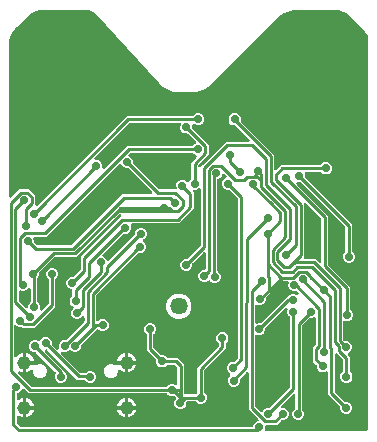
<source format=gbr>
G04 EAGLE Gerber RS-274X export*
G75*
%MOMM*%
%FSLAX34Y34*%
%LPD*%
%INPCBWay Copper Layer 2*%
%IPPOS*%
%AMOC8*
5,1,8,0,0,1.08239X$1,22.5*%
G01*
%ADD10C,1.158000*%
%ADD11C,1.458000*%
%ADD12C,0.711200*%
%ADD13C,0.254000*%

G36*
X256199Y3811D02*
X256199Y3811D01*
X256200Y3811D01*
X306386Y3835D01*
X306441Y3842D01*
X306497Y3840D01*
X306656Y3864D01*
X306860Y3908D01*
X307005Y3960D01*
X307151Y4010D01*
X307157Y4014D01*
X307160Y4015D01*
X307166Y4019D01*
X307291Y4091D01*
X307798Y4428D01*
X307854Y4476D01*
X307917Y4517D01*
X307974Y4580D01*
X308039Y4636D01*
X308082Y4696D01*
X308132Y4751D01*
X308216Y4888D01*
X308503Y5426D01*
X308558Y5569D01*
X308614Y5714D01*
X308616Y5720D01*
X308617Y5723D01*
X308618Y5731D01*
X308644Y5872D01*
X308680Y6177D01*
X308680Y6185D01*
X308685Y6260D01*
X308687Y6269D01*
X308686Y6278D01*
X308689Y6328D01*
X308689Y6336D01*
X308689Y6338D01*
X308689Y6341D01*
X308681Y8309D01*
X308686Y8386D01*
X308689Y8406D01*
X308688Y8417D01*
X308689Y8441D01*
X308689Y335716D01*
X308686Y335743D01*
X308688Y335769D01*
X308671Y335929D01*
X308310Y338050D01*
X308279Y338152D01*
X308257Y338256D01*
X308224Y338334D01*
X308218Y338355D01*
X308210Y338368D01*
X308194Y338404D01*
X306214Y342370D01*
X306155Y342458D01*
X306103Y342551D01*
X306049Y342616D01*
X306037Y342634D01*
X306025Y342645D01*
X306000Y342675D01*
X304784Y343961D01*
X304775Y343968D01*
X304759Y343986D01*
X304310Y344435D01*
X304293Y344448D01*
X304244Y344496D01*
X303120Y345472D01*
X303110Y345509D01*
X303056Y345599D01*
X303011Y345694D01*
X302976Y345736D01*
X302948Y345783D01*
X302842Y345903D01*
X293812Y354933D01*
X292324Y356421D01*
X292309Y356433D01*
X292232Y356504D01*
X290300Y358090D01*
X290210Y358146D01*
X290125Y358210D01*
X290050Y358248D01*
X290031Y358259D01*
X290016Y358264D01*
X289981Y358281D01*
X285385Y360185D01*
X285282Y360213D01*
X285183Y360250D01*
X285099Y360263D01*
X285078Y360269D01*
X285062Y360269D01*
X285024Y360275D01*
X282536Y360520D01*
X282517Y360520D01*
X282412Y360527D01*
X245234Y360527D01*
X245218Y360525D01*
X245202Y360526D01*
X245042Y360512D01*
X242646Y360144D01*
X242604Y360132D01*
X242560Y360128D01*
X242405Y360083D01*
X237623Y358345D01*
X237546Y358306D01*
X237466Y358276D01*
X237349Y358205D01*
X237340Y358200D01*
X237337Y358197D01*
X237329Y358192D01*
X233159Y355276D01*
X233126Y355246D01*
X233089Y355223D01*
X232970Y355114D01*
X232397Y354516D01*
X232346Y354447D01*
X232287Y354384D01*
X232252Y354320D01*
X232208Y354261D01*
X232200Y354242D01*
X231084Y353124D01*
X231070Y353107D01*
X231010Y353043D01*
X230099Y351960D01*
X230097Y351959D01*
X230057Y351939D01*
X230015Y351927D01*
X229916Y351868D01*
X229813Y351817D01*
X229779Y351788D01*
X229741Y351765D01*
X229620Y351659D01*
X176610Y298591D01*
X176604Y298582D01*
X176586Y298566D01*
X174459Y296314D01*
X169065Y292993D01*
X162996Y291181D01*
X161849Y291148D01*
X161769Y291136D01*
X161688Y291133D01*
X161613Y291111D01*
X161535Y291099D01*
X161512Y291089D01*
X159794Y291089D01*
X159783Y291088D01*
X159758Y291089D01*
X158042Y291040D01*
X158022Y291048D01*
X157941Y291059D01*
X157862Y291079D01*
X157710Y291089D01*
X157706Y291089D01*
X157705Y291089D01*
X157702Y291089D01*
X148613Y291089D01*
X148575Y291084D01*
X148537Y291087D01*
X148418Y291065D01*
X148297Y291049D01*
X148262Y291035D01*
X148225Y291028D01*
X148114Y290977D01*
X148045Y290950D01*
X146668Y291083D01*
X146647Y291083D01*
X146545Y291089D01*
X145163Y291089D01*
X145133Y291112D01*
X145098Y291127D01*
X145067Y291148D01*
X144953Y291190D01*
X144841Y291238D01*
X144804Y291244D01*
X144768Y291257D01*
X144609Y291283D01*
X143617Y291379D01*
X138336Y293357D01*
X133748Y296635D01*
X132048Y298700D01*
X132034Y298713D01*
X132000Y298754D01*
X77385Y357865D01*
X77353Y357892D01*
X77327Y357924D01*
X77203Y358028D01*
X75922Y358966D01*
X75829Y359018D01*
X75741Y359077D01*
X75663Y359110D01*
X75644Y359121D01*
X75628Y359125D01*
X75592Y359140D01*
X72388Y360266D01*
X72285Y360288D01*
X72183Y360319D01*
X72099Y360328D01*
X72077Y360333D01*
X72062Y360332D01*
X72023Y360336D01*
X70493Y360402D01*
X70478Y360401D01*
X70438Y360404D01*
X70124Y360404D01*
X70105Y360401D01*
X70054Y360402D01*
X68500Y360316D01*
X68418Y360338D01*
X68329Y360370D01*
X68265Y360377D01*
X68202Y360393D01*
X68042Y360403D01*
X34244Y360400D01*
X34242Y360400D01*
X32139Y360400D01*
X32119Y360397D01*
X32056Y360397D01*
X30109Y360269D01*
X30066Y360261D01*
X30021Y360261D01*
X29864Y360229D01*
X26101Y359221D01*
X26022Y359188D01*
X25940Y359165D01*
X25817Y359105D01*
X25807Y359101D01*
X25804Y359098D01*
X25795Y359094D01*
X22422Y357147D01*
X22387Y357120D01*
X22347Y357100D01*
X22220Y357002D01*
X20753Y355715D01*
X20739Y355699D01*
X20692Y355658D01*
X11104Y346070D01*
X11050Y346000D01*
X10988Y345937D01*
X10953Y345876D01*
X9636Y344602D01*
X9632Y344597D01*
X9622Y344588D01*
X9582Y344548D01*
X9571Y344534D01*
X9539Y344503D01*
X8225Y343054D01*
X8199Y343018D01*
X8168Y342987D01*
X8076Y342854D01*
X6054Y339482D01*
X6019Y339404D01*
X5976Y339330D01*
X5930Y339201D01*
X5925Y339191D01*
X5925Y339187D01*
X5922Y339178D01*
X4840Y335398D01*
X4834Y335354D01*
X4819Y335312D01*
X4796Y335153D01*
X4635Y333198D01*
X4636Y333176D01*
X4630Y333094D01*
X4630Y203013D01*
X4648Y202876D01*
X4661Y202737D01*
X4668Y202718D01*
X4670Y202698D01*
X4721Y202569D01*
X4769Y202438D01*
X4780Y202421D01*
X4787Y202402D01*
X4869Y202290D01*
X4947Y202175D01*
X4962Y202161D01*
X4974Y202145D01*
X5081Y202056D01*
X5186Y201964D01*
X5204Y201955D01*
X5219Y201942D01*
X5345Y201883D01*
X5469Y201820D01*
X5489Y201815D01*
X5507Y201807D01*
X5643Y201780D01*
X5779Y201750D01*
X5799Y201751D01*
X5819Y201747D01*
X5958Y201755D01*
X6097Y201760D01*
X6116Y201765D01*
X6137Y201766D01*
X6269Y201809D01*
X6402Y201848D01*
X6420Y201858D01*
X6439Y201865D01*
X6557Y201939D01*
X6676Y202010D01*
X6697Y202028D01*
X6708Y202035D01*
X6722Y202050D01*
X6797Y202116D01*
X13358Y208677D01*
X21426Y208677D01*
X26783Y203320D01*
X26783Y196169D01*
X26801Y196032D01*
X26814Y195893D01*
X26820Y195874D01*
X26823Y195854D01*
X26874Y195725D01*
X26921Y195594D01*
X26933Y195577D01*
X26940Y195558D01*
X27022Y195446D01*
X27100Y195331D01*
X27115Y195317D01*
X27127Y195301D01*
X27234Y195212D01*
X27338Y195120D01*
X27356Y195111D01*
X27372Y195098D01*
X27497Y195039D01*
X27621Y194975D01*
X27641Y194971D01*
X27660Y194962D01*
X27796Y194936D01*
X27932Y194906D01*
X27952Y194906D01*
X27972Y194903D01*
X28110Y194911D01*
X28250Y194915D01*
X28269Y194921D01*
X28289Y194922D01*
X28421Y194965D01*
X28555Y195004D01*
X28573Y195014D01*
X28592Y195020D01*
X28709Y195095D01*
X28829Y195165D01*
X28850Y195184D01*
X28861Y195191D01*
X28875Y195205D01*
X28950Y195272D01*
X102533Y268855D01*
X104542Y270864D01*
X159919Y270864D01*
X160017Y270877D01*
X160116Y270880D01*
X160174Y270897D01*
X160235Y270904D01*
X160327Y270941D01*
X160422Y270968D01*
X160474Y270999D01*
X160530Y271021D01*
X160610Y271079D01*
X160696Y271130D01*
X160771Y271196D01*
X160788Y271208D01*
X160795Y271217D01*
X160817Y271236D01*
X161957Y272377D01*
X163825Y273150D01*
X165846Y273150D01*
X167713Y272377D01*
X169143Y270948D01*
X169916Y269080D01*
X169916Y267059D01*
X169143Y265192D01*
X167713Y263762D01*
X165846Y262989D01*
X163825Y262989D01*
X161957Y263762D01*
X161947Y263772D01*
X161892Y263815D01*
X161844Y263865D01*
X161767Y263912D01*
X161696Y263967D01*
X161632Y263995D01*
X161573Y264031D01*
X161487Y264058D01*
X161404Y264093D01*
X161335Y264104D01*
X161269Y264125D01*
X161179Y264129D01*
X161090Y264143D01*
X161021Y264137D01*
X160951Y264140D01*
X160863Y264122D01*
X160774Y264113D01*
X160708Y264090D01*
X160639Y264076D01*
X160559Y264036D01*
X160474Y264006D01*
X160416Y263967D01*
X160354Y263936D01*
X160285Y263878D01*
X160211Y263827D01*
X160165Y263775D01*
X160112Y263730D01*
X160060Y263656D01*
X160001Y263589D01*
X159969Y263527D01*
X159929Y263470D01*
X159897Y263386D01*
X159856Y263306D01*
X159841Y263237D01*
X159816Y263172D01*
X159806Y263083D01*
X159786Y262995D01*
X159789Y262926D01*
X159781Y262856D01*
X159793Y262767D01*
X159796Y262677D01*
X159815Y262610D01*
X159825Y262541D01*
X159877Y262389D01*
X159958Y262195D01*
X159958Y260623D01*
X159970Y260525D01*
X159973Y260426D01*
X159990Y260368D01*
X159997Y260308D01*
X160034Y260215D01*
X160061Y260120D01*
X160092Y260068D01*
X160114Y260012D01*
X160173Y259932D01*
X160223Y259846D01*
X160289Y259771D01*
X160301Y259754D01*
X160311Y259747D01*
X160329Y259726D01*
X173562Y246493D01*
X173562Y238118D01*
X164954Y229510D01*
X164893Y229431D01*
X164825Y229359D01*
X164796Y229306D01*
X164759Y229258D01*
X164719Y229167D01*
X164672Y229081D01*
X164657Y229022D01*
X164632Y228966D01*
X164617Y228868D01*
X164592Y228773D01*
X164586Y228673D01*
X164583Y228652D01*
X164584Y228640D01*
X164582Y228612D01*
X164582Y228560D01*
X164599Y228422D01*
X164612Y228283D01*
X164619Y228264D01*
X164622Y228244D01*
X164673Y228115D01*
X164720Y227984D01*
X164731Y227967D01*
X164739Y227949D01*
X164821Y227836D01*
X164899Y227721D01*
X164914Y227708D01*
X164926Y227691D01*
X165033Y227602D01*
X165137Y227511D01*
X165155Y227501D01*
X165171Y227488D01*
X165296Y227429D01*
X165420Y227366D01*
X165440Y227362D01*
X165458Y227353D01*
X165595Y227327D01*
X165731Y227296D01*
X165751Y227297D01*
X165771Y227293D01*
X165909Y227302D01*
X166048Y227306D01*
X166068Y227312D01*
X166088Y227313D01*
X166220Y227356D01*
X166354Y227394D01*
X166371Y227405D01*
X166391Y227411D01*
X166508Y227486D01*
X166628Y227556D01*
X166649Y227575D01*
X166659Y227581D01*
X166673Y227596D01*
X166749Y227662D01*
X168890Y229804D01*
X188161Y249074D01*
X207186Y249074D01*
X207324Y249092D01*
X207462Y249105D01*
X207481Y249112D01*
X207502Y249114D01*
X207631Y249165D01*
X207762Y249212D01*
X207778Y249224D01*
X207797Y249231D01*
X207909Y249313D01*
X208025Y249391D01*
X208038Y249406D01*
X208055Y249418D01*
X208143Y249525D01*
X208235Y249629D01*
X208244Y249647D01*
X208257Y249663D01*
X208317Y249789D01*
X208380Y249913D01*
X208384Y249932D01*
X208393Y249951D01*
X208419Y250087D01*
X208449Y250223D01*
X208449Y250243D01*
X208453Y250263D01*
X208444Y250401D01*
X208440Y250541D01*
X208434Y250560D01*
X208433Y250580D01*
X208390Y250713D01*
X208351Y250846D01*
X208341Y250864D01*
X208335Y250883D01*
X208260Y251001D01*
X208190Y251120D01*
X208171Y251141D01*
X208165Y251152D01*
X208150Y251166D01*
X208083Y251241D01*
X196839Y262486D01*
X196760Y262547D01*
X196688Y262614D01*
X196635Y262644D01*
X196587Y262681D01*
X196496Y262720D01*
X196410Y262768D01*
X196351Y262783D01*
X196295Y262807D01*
X196198Y262823D01*
X196102Y262847D01*
X196002Y262854D01*
X195981Y262857D01*
X195969Y262856D01*
X195941Y262858D01*
X194559Y262858D01*
X192692Y263631D01*
X191263Y265060D01*
X190489Y266928D01*
X190489Y268949D01*
X191263Y270816D01*
X192692Y272246D01*
X194559Y273019D01*
X196580Y273019D01*
X198448Y272246D01*
X199877Y270816D01*
X200651Y268949D01*
X200651Y267104D01*
X200663Y267006D01*
X200666Y266907D01*
X200683Y266849D01*
X200690Y266789D01*
X200727Y266697D01*
X200754Y266602D01*
X200785Y266549D01*
X200807Y266493D01*
X200866Y266413D01*
X200916Y266328D01*
X200982Y266252D01*
X200994Y266236D01*
X201004Y266228D01*
X201022Y266207D01*
X229028Y238201D01*
X229028Y226544D01*
X229045Y226406D01*
X229058Y226268D01*
X229065Y226249D01*
X229068Y226229D01*
X229119Y226100D01*
X229166Y225969D01*
X229177Y225952D01*
X229185Y225933D01*
X229266Y225821D01*
X229344Y225706D01*
X229360Y225692D01*
X229372Y225676D01*
X229479Y225587D01*
X229583Y225495D01*
X229601Y225486D01*
X229616Y225473D01*
X229742Y225414D01*
X229866Y225351D01*
X229886Y225346D01*
X229904Y225337D01*
X230041Y225311D01*
X230176Y225281D01*
X230197Y225281D01*
X230217Y225278D01*
X230355Y225286D01*
X230494Y225291D01*
X230514Y225296D01*
X230534Y225297D01*
X230666Y225340D01*
X230800Y225379D01*
X230817Y225389D01*
X230836Y225395D01*
X230954Y225470D01*
X231074Y225540D01*
X231095Y225559D01*
X231105Y225566D01*
X231119Y225581D01*
X231195Y225647D01*
X232815Y227268D01*
X234824Y229277D01*
X267709Y229277D01*
X267807Y229289D01*
X267906Y229292D01*
X267964Y229309D01*
X268024Y229317D01*
X268116Y229353D01*
X268212Y229380D01*
X268264Y229411D01*
X268320Y229434D01*
X268400Y229492D01*
X268486Y229542D01*
X268561Y229608D01*
X268577Y229620D01*
X268585Y229630D01*
X268606Y229648D01*
X269771Y230813D01*
X271638Y231587D01*
X273660Y231587D01*
X275527Y230813D01*
X276956Y229384D01*
X277730Y227516D01*
X277730Y225495D01*
X276956Y223628D01*
X275527Y222199D01*
X273660Y221425D01*
X271638Y221425D01*
X269771Y222199D01*
X268654Y223315D01*
X268576Y223376D01*
X268504Y223444D01*
X268451Y223473D01*
X268403Y223510D01*
X268312Y223550D01*
X268225Y223598D01*
X268167Y223613D01*
X268111Y223637D01*
X268013Y223652D01*
X267917Y223677D01*
X267817Y223683D01*
X267797Y223687D01*
X267785Y223685D01*
X267757Y223687D01*
X256153Y223687D01*
X256103Y223681D01*
X256054Y223683D01*
X255946Y223661D01*
X255837Y223647D01*
X255791Y223629D01*
X255742Y223619D01*
X255644Y223571D01*
X255542Y223530D01*
X255501Y223501D01*
X255457Y223479D01*
X255373Y223408D01*
X255284Y223343D01*
X255252Y223305D01*
X255215Y223273D01*
X255151Y223183D01*
X255081Y223099D01*
X255060Y223054D01*
X255032Y223013D01*
X254993Y222910D01*
X254946Y222811D01*
X254937Y222762D01*
X254919Y222716D01*
X254907Y222606D01*
X254886Y222498D01*
X254889Y222449D01*
X254884Y222399D01*
X254899Y222291D01*
X254906Y222181D01*
X254921Y222134D01*
X254928Y222085D01*
X254980Y221932D01*
X255352Y221036D01*
X255352Y219537D01*
X255364Y219439D01*
X255367Y219340D01*
X255384Y219281D01*
X255391Y219221D01*
X255428Y219129D01*
X255455Y219034D01*
X255486Y218982D01*
X255508Y218926D01*
X255567Y218846D01*
X255617Y218760D01*
X255683Y218685D01*
X255695Y218668D01*
X255705Y218661D01*
X255723Y218639D01*
X295056Y179306D01*
X295056Y156749D01*
X295069Y156650D01*
X295072Y156551D01*
X295089Y156493D01*
X295096Y156433D01*
X295133Y156341D01*
X295160Y156246D01*
X295191Y156194D01*
X295213Y156137D01*
X295271Y156057D01*
X295322Y155972D01*
X295388Y155897D01*
X295400Y155880D01*
X295410Y155872D01*
X295428Y155851D01*
X296756Y154523D01*
X297530Y152656D01*
X297530Y150634D01*
X296756Y148767D01*
X295327Y147338D01*
X293460Y146564D01*
X291438Y146564D01*
X289571Y147338D01*
X288142Y148767D01*
X287368Y150634D01*
X287368Y152656D01*
X288142Y154523D01*
X289095Y155476D01*
X289156Y155554D01*
X289224Y155627D01*
X289253Y155680D01*
X289290Y155727D01*
X289330Y155818D01*
X289377Y155905D01*
X289392Y155964D01*
X289416Y156019D01*
X289432Y156117D01*
X289457Y156213D01*
X289463Y156313D01*
X289466Y156333D01*
X289465Y156346D01*
X289467Y156374D01*
X289467Y176465D01*
X289455Y176563D01*
X289452Y176662D01*
X289435Y176721D01*
X289427Y176781D01*
X289391Y176873D01*
X289363Y176968D01*
X289332Y177020D01*
X289310Y177076D01*
X289252Y177156D01*
X289202Y177242D01*
X289135Y177317D01*
X289123Y177334D01*
X289114Y177342D01*
X289095Y177363D01*
X251885Y214572D01*
X251807Y214633D01*
X251735Y214701D01*
X251682Y214730D01*
X251634Y214767D01*
X251543Y214807D01*
X251457Y214855D01*
X251398Y214870D01*
X251342Y214894D01*
X251244Y214909D01*
X251149Y214934D01*
X251049Y214940D01*
X251028Y214944D01*
X251016Y214942D01*
X250988Y214944D01*
X249186Y214944D01*
X249049Y214927D01*
X248910Y214914D01*
X248891Y214907D01*
X248871Y214904D01*
X248742Y214853D01*
X248611Y214806D01*
X248594Y214795D01*
X248575Y214787D01*
X248463Y214706D01*
X248348Y214628D01*
X248334Y214612D01*
X248318Y214600D01*
X248229Y214493D01*
X248137Y214389D01*
X248128Y214371D01*
X248115Y214356D01*
X248056Y214230D01*
X247992Y214106D01*
X247988Y214086D01*
X247979Y214068D01*
X247953Y213932D01*
X247923Y213796D01*
X247923Y213775D01*
X247920Y213755D01*
X247928Y213617D01*
X247932Y213478D01*
X247938Y213458D01*
X247939Y213438D01*
X247982Y213306D01*
X248021Y213172D01*
X248031Y213155D01*
X248037Y213136D01*
X248112Y213018D01*
X248182Y212898D01*
X248201Y212877D01*
X248208Y212867D01*
X248222Y212853D01*
X248289Y212777D01*
X272724Y188342D01*
X274733Y186333D01*
X274733Y145950D01*
X274746Y145852D01*
X274749Y145753D01*
X274765Y145695D01*
X274773Y145635D01*
X274810Y145543D01*
X274837Y145447D01*
X274868Y145395D01*
X274890Y145339D01*
X274948Y145259D01*
X274999Y145174D01*
X275065Y145098D01*
X275077Y145082D01*
X275086Y145074D01*
X275105Y145053D01*
X293654Y126503D01*
X293654Y107390D01*
X293667Y107291D01*
X293670Y107192D01*
X293686Y107134D01*
X293694Y107074D01*
X293730Y106982D01*
X293758Y106887D01*
X293789Y106835D01*
X293811Y106778D01*
X293869Y106698D01*
X293920Y106613D01*
X293986Y106538D01*
X293998Y106521D01*
X294007Y106513D01*
X294026Y106492D01*
X295366Y105152D01*
X296139Y103285D01*
X296139Y101264D01*
X295366Y99396D01*
X293936Y97967D01*
X292069Y97194D01*
X290048Y97194D01*
X289080Y97594D01*
X289032Y97608D01*
X288987Y97629D01*
X288880Y97649D01*
X288774Y97678D01*
X288724Y97679D01*
X288675Y97688D01*
X288566Y97682D01*
X288456Y97683D01*
X288407Y97672D01*
X288358Y97669D01*
X288253Y97635D01*
X288146Y97609D01*
X288102Y97586D01*
X288055Y97571D01*
X287962Y97512D01*
X287865Y97461D01*
X287829Y97427D01*
X287787Y97401D01*
X287711Y97320D01*
X287630Y97247D01*
X287603Y97205D01*
X287569Y97169D01*
X287516Y97073D01*
X287455Y96981D01*
X287439Y96934D01*
X287415Y96890D01*
X287388Y96784D01*
X287352Y96680D01*
X287348Y96631D01*
X287336Y96582D01*
X287325Y96422D01*
X287325Y82435D01*
X287338Y82337D01*
X287341Y82238D01*
X287358Y82179D01*
X287365Y82119D01*
X287402Y82027D01*
X287429Y81932D01*
X287460Y81880D01*
X287482Y81824D01*
X287540Y81744D01*
X287591Y81658D01*
X287657Y81583D01*
X287669Y81566D01*
X287679Y81558D01*
X287697Y81537D01*
X288503Y80731D01*
X288582Y80670D01*
X288654Y80602D01*
X288707Y80573D01*
X288755Y80536D01*
X288846Y80497D01*
X288932Y80449D01*
X288991Y80434D01*
X289047Y80410D01*
X289145Y80394D01*
X289240Y80369D01*
X289340Y80363D01*
X289361Y80360D01*
X289373Y80361D01*
X289401Y80359D01*
X291014Y80359D01*
X292882Y79586D01*
X294311Y78156D01*
X295084Y76289D01*
X295084Y74268D01*
X294311Y72400D01*
X292882Y70971D01*
X291974Y70595D01*
X291931Y70571D01*
X291884Y70554D01*
X291793Y70492D01*
X291697Y70438D01*
X291662Y70403D01*
X291621Y70375D01*
X291548Y70293D01*
X291469Y70216D01*
X291443Y70174D01*
X291410Y70137D01*
X291360Y70039D01*
X291303Y69945D01*
X291288Y69898D01*
X291266Y69853D01*
X291242Y69746D01*
X291209Y69641D01*
X291207Y69592D01*
X291196Y69543D01*
X291199Y69433D01*
X291194Y69324D01*
X291204Y69275D01*
X291206Y69225D01*
X291236Y69120D01*
X291258Y69012D01*
X291280Y68967D01*
X291294Y68920D01*
X291350Y68825D01*
X291398Y68726D01*
X291430Y68689D01*
X291456Y68646D01*
X291562Y68525D01*
X293138Y66949D01*
X293138Y54949D01*
X293150Y54851D01*
X293153Y54752D01*
X293170Y54694D01*
X293178Y54634D01*
X293214Y54541D01*
X293242Y54446D01*
X293272Y54394D01*
X293295Y54338D01*
X293353Y54258D01*
X293403Y54172D01*
X293469Y54097D01*
X293481Y54081D01*
X293491Y54073D01*
X293509Y54052D01*
X294650Y52911D01*
X295424Y51044D01*
X295424Y49022D01*
X294650Y47155D01*
X293221Y45726D01*
X291354Y44952D01*
X289332Y44952D01*
X287465Y45726D01*
X286036Y47155D01*
X285262Y49022D01*
X285262Y51044D01*
X286036Y52911D01*
X287177Y54052D01*
X287237Y54130D01*
X287305Y54202D01*
X287334Y54255D01*
X287371Y54303D01*
X287411Y54394D01*
X287459Y54480D01*
X287474Y54539D01*
X287498Y54595D01*
X287513Y54693D01*
X287538Y54788D01*
X287544Y54888D01*
X287548Y54909D01*
X287546Y54921D01*
X287548Y54949D01*
X287548Y64108D01*
X287536Y64206D01*
X287533Y64305D01*
X287516Y64364D01*
X287508Y64424D01*
X287472Y64516D01*
X287444Y64611D01*
X287414Y64663D01*
X287391Y64719D01*
X287333Y64799D01*
X287283Y64885D01*
X287217Y64960D01*
X287205Y64977D01*
X287195Y64985D01*
X287177Y65006D01*
X282617Y69565D01*
X282508Y69650D01*
X282401Y69739D01*
X282382Y69747D01*
X282366Y69760D01*
X282238Y69815D01*
X282113Y69874D01*
X282093Y69878D01*
X282074Y69886D01*
X281936Y69908D01*
X281800Y69934D01*
X281780Y69933D01*
X281760Y69936D01*
X281621Y69923D01*
X281483Y69914D01*
X281464Y69908D01*
X281444Y69906D01*
X281312Y69859D01*
X281181Y69816D01*
X281163Y69805D01*
X281144Y69799D01*
X281029Y69720D01*
X280912Y69646D01*
X280898Y69631D01*
X280881Y69620D01*
X280789Y69516D01*
X280694Y69414D01*
X280684Y69397D01*
X280671Y69382D01*
X280607Y69257D01*
X280540Y69136D01*
X280535Y69116D01*
X280526Y69098D01*
X280496Y68962D01*
X280461Y68828D01*
X280459Y68800D01*
X280456Y68788D01*
X280457Y68767D01*
X280451Y68667D01*
X280451Y37802D01*
X280463Y37704D01*
X280466Y37605D01*
X280483Y37547D01*
X280491Y37487D01*
X280527Y37395D01*
X280555Y37300D01*
X280585Y37248D01*
X280608Y37191D01*
X280666Y37111D01*
X280716Y37026D01*
X280782Y36950D01*
X280794Y36934D01*
X280804Y36926D01*
X280822Y36905D01*
X288637Y29090D01*
X288716Y29029D01*
X288788Y28961D01*
X288841Y28932D01*
X288889Y28895D01*
X288980Y28856D01*
X289066Y28808D01*
X289125Y28793D01*
X289181Y28769D01*
X289279Y28753D01*
X289374Y28729D01*
X289474Y28722D01*
X289495Y28719D01*
X289507Y28720D01*
X289535Y28718D01*
X291148Y28718D01*
X293016Y27945D01*
X294445Y26516D01*
X295218Y24648D01*
X295218Y22627D01*
X294445Y20760D01*
X293016Y19330D01*
X291148Y18557D01*
X289127Y18557D01*
X287260Y19330D01*
X285830Y20760D01*
X285057Y22627D01*
X285057Y24240D01*
X285044Y24338D01*
X285041Y24437D01*
X285025Y24496D01*
X285017Y24556D01*
X284981Y24648D01*
X284953Y24743D01*
X284922Y24795D01*
X284900Y24851D01*
X284842Y24931D01*
X284791Y25017D01*
X284725Y25092D01*
X284713Y25109D01*
X284704Y25117D01*
X284685Y25138D01*
X274861Y34962D01*
X274861Y53344D01*
X274855Y53393D01*
X274857Y53443D01*
X274840Y53525D01*
X274839Y53548D01*
X274833Y53566D01*
X274821Y53659D01*
X274803Y53705D01*
X274793Y53754D01*
X274745Y53853D01*
X274704Y53955D01*
X274675Y53995D01*
X274653Y54040D01*
X274582Y54123D01*
X274518Y54212D01*
X274479Y54244D01*
X274447Y54282D01*
X274357Y54345D01*
X274273Y54415D01*
X274228Y54436D01*
X274187Y54465D01*
X274084Y54504D01*
X273985Y54551D01*
X273936Y54560D01*
X273890Y54577D01*
X273780Y54590D01*
X273673Y54610D01*
X273623Y54607D01*
X273574Y54613D01*
X273465Y54597D01*
X273355Y54591D01*
X273308Y54575D01*
X273259Y54568D01*
X273106Y54516D01*
X271224Y53737D01*
X269203Y53737D01*
X267336Y54510D01*
X265906Y55939D01*
X265133Y57807D01*
X265133Y59337D01*
X265121Y59435D01*
X265118Y59534D01*
X265101Y59592D01*
X265093Y59652D01*
X265057Y59744D01*
X265029Y59840D01*
X264998Y59892D01*
X264976Y59948D01*
X264918Y60028D01*
X264868Y60113D01*
X264801Y60189D01*
X264789Y60205D01*
X264780Y60213D01*
X264761Y60234D01*
X262161Y62834D01*
X262161Y74908D01*
X263884Y76631D01*
X263945Y76709D01*
X264013Y76781D01*
X264042Y76834D01*
X264079Y76882D01*
X264119Y76973D01*
X264166Y77060D01*
X264182Y77118D01*
X264206Y77174D01*
X264221Y77272D01*
X264246Y77368D01*
X264252Y77468D01*
X264255Y77488D01*
X264254Y77501D01*
X264256Y77529D01*
X264256Y99244D01*
X264250Y99293D01*
X264252Y99343D01*
X264230Y99450D01*
X264216Y99559D01*
X264198Y99606D01*
X264188Y99654D01*
X264140Y99753D01*
X264099Y99855D01*
X264070Y99895D01*
X264048Y99940D01*
X263977Y100023D01*
X263912Y100112D01*
X263874Y100144D01*
X263842Y100182D01*
X263752Y100245D01*
X263667Y100315D01*
X263622Y100336D01*
X263582Y100365D01*
X263479Y100404D01*
X263380Y100451D01*
X263331Y100460D01*
X263284Y100478D01*
X263175Y100490D01*
X263067Y100510D01*
X263018Y100507D01*
X262968Y100513D01*
X262859Y100498D01*
X262750Y100491D01*
X262703Y100475D01*
X262653Y100468D01*
X262501Y100416D01*
X261591Y100039D01*
X259977Y100039D01*
X259879Y100027D01*
X259780Y100024D01*
X259722Y100007D01*
X259662Y99999D01*
X259570Y99963D01*
X259475Y99935D01*
X259422Y99905D01*
X259366Y99882D01*
X259286Y99824D01*
X259201Y99774D01*
X259125Y99708D01*
X259109Y99696D01*
X259101Y99686D01*
X259080Y99668D01*
X253041Y93628D01*
X252980Y93550D01*
X252912Y93478D01*
X252883Y93425D01*
X252846Y93377D01*
X252806Y93286D01*
X252759Y93200D01*
X252744Y93141D01*
X252719Y93085D01*
X252704Y92987D01*
X252679Y92892D01*
X252673Y92792D01*
X252670Y92771D01*
X252671Y92759D01*
X252669Y92731D01*
X252669Y23242D01*
X252681Y23144D01*
X252684Y23045D01*
X252701Y22987D01*
X252709Y22926D01*
X252745Y22834D01*
X252773Y22739D01*
X252804Y22687D01*
X252826Y22631D01*
X252884Y22551D01*
X252934Y22465D01*
X253001Y22390D01*
X253013Y22373D01*
X253022Y22366D01*
X253041Y22345D01*
X253887Y21498D01*
X254661Y19631D01*
X254661Y17609D01*
X253887Y15742D01*
X252458Y14313D01*
X250591Y13539D01*
X248569Y13539D01*
X246702Y14313D01*
X245273Y15742D01*
X244499Y17609D01*
X244499Y19631D01*
X245273Y21498D01*
X246708Y22933D01*
X246768Y23011D01*
X246836Y23083D01*
X246866Y23136D01*
X246903Y23184D01*
X246942Y23275D01*
X246990Y23362D01*
X247005Y23420D01*
X247029Y23476D01*
X247045Y23574D01*
X247069Y23670D01*
X247076Y23770D01*
X247079Y23790D01*
X247078Y23803D01*
X247080Y23831D01*
X247080Y34623D01*
X247062Y34761D01*
X247049Y34899D01*
X247042Y34918D01*
X247040Y34938D01*
X246989Y35068D01*
X246941Y35199D01*
X246930Y35215D01*
X246923Y35234D01*
X246841Y35347D01*
X246763Y35462D01*
X246748Y35475D01*
X246736Y35492D01*
X246628Y35580D01*
X246524Y35672D01*
X246506Y35681D01*
X246491Y35694D01*
X246365Y35753D01*
X246241Y35817D01*
X246221Y35821D01*
X246203Y35830D01*
X246067Y35856D01*
X245931Y35886D01*
X245911Y35886D01*
X245891Y35890D01*
X245752Y35881D01*
X245613Y35877D01*
X245594Y35871D01*
X245573Y35870D01*
X245441Y35827D01*
X245308Y35788D01*
X245290Y35778D01*
X245271Y35772D01*
X245153Y35698D01*
X245034Y35627D01*
X245012Y35608D01*
X245002Y35602D01*
X244988Y35587D01*
X244913Y35520D01*
X235120Y25727D01*
X235035Y25618D01*
X234946Y25511D01*
X234937Y25492D01*
X234925Y25476D01*
X234869Y25348D01*
X234810Y25223D01*
X234807Y25203D01*
X234799Y25184D01*
X234777Y25046D01*
X234751Y24910D01*
X234752Y24890D01*
X234749Y24870D01*
X234762Y24731D01*
X234770Y24593D01*
X234777Y24574D01*
X234778Y24554D01*
X234826Y24422D01*
X234868Y24291D01*
X234879Y24273D01*
X234886Y24254D01*
X234964Y24139D01*
X235039Y24022D01*
X235053Y24008D01*
X235065Y23991D01*
X235169Y23899D01*
X235270Y23804D01*
X235288Y23794D01*
X235303Y23781D01*
X235427Y23717D01*
X235549Y23650D01*
X235568Y23645D01*
X235586Y23636D01*
X235722Y23606D01*
X235857Y23571D01*
X235885Y23569D01*
X235897Y23566D01*
X235917Y23567D01*
X236017Y23561D01*
X237691Y23561D01*
X239558Y22787D01*
X240987Y21358D01*
X241761Y19491D01*
X241761Y17469D01*
X240987Y15602D01*
X239558Y14173D01*
X237691Y13399D01*
X235757Y13399D01*
X235659Y13387D01*
X235560Y13384D01*
X235502Y13367D01*
X235442Y13359D01*
X235350Y13323D01*
X235254Y13295D01*
X235202Y13265D01*
X235146Y13242D01*
X235066Y13184D01*
X234981Y13134D01*
X234905Y13068D01*
X234889Y13056D01*
X234881Y13046D01*
X234860Y13028D01*
X231427Y9595D01*
X222979Y9595D01*
X222861Y9580D01*
X222742Y9573D01*
X222704Y9560D01*
X222663Y9555D01*
X222553Y9512D01*
X222440Y9475D01*
X222405Y9453D01*
X222368Y9438D01*
X222272Y9369D01*
X222171Y9305D01*
X222143Y9275D01*
X222110Y9252D01*
X222035Y9160D01*
X221953Y9073D01*
X221933Y9038D01*
X221908Y9007D01*
X221857Y8899D01*
X221799Y8795D01*
X221789Y8755D01*
X221772Y8719D01*
X221750Y8602D01*
X221720Y8487D01*
X221716Y8427D01*
X221712Y8407D01*
X221714Y8386D01*
X221710Y8326D01*
X221710Y6417D01*
X221357Y5566D01*
X221344Y5518D01*
X221323Y5473D01*
X221302Y5365D01*
X221273Y5259D01*
X221273Y5209D01*
X221263Y5160D01*
X221270Y5051D01*
X221268Y4941D01*
X221280Y4893D01*
X221283Y4843D01*
X221317Y4739D01*
X221342Y4632D01*
X221366Y4588D01*
X221381Y4541D01*
X221440Y4448D01*
X221491Y4351D01*
X221525Y4314D01*
X221551Y4272D01*
X221631Y4197D01*
X221705Y4115D01*
X221747Y4088D01*
X221783Y4054D01*
X221879Y4001D01*
X221971Y3941D01*
X222018Y3924D01*
X222061Y3900D01*
X222167Y3873D01*
X222272Y3837D01*
X222321Y3833D01*
X222369Y3821D01*
X222530Y3811D01*
X256199Y3811D01*
X256199Y3811D01*
G37*
G36*
X210496Y7878D02*
X210496Y7878D01*
X210526Y7876D01*
X210654Y7898D01*
X210782Y7915D01*
X210810Y7925D01*
X210839Y7930D01*
X210958Y7984D01*
X211078Y8032D01*
X211102Y8049D01*
X211129Y8061D01*
X211230Y8142D01*
X211336Y8218D01*
X211354Y8241D01*
X211377Y8260D01*
X211456Y8363D01*
X211538Y8463D01*
X211551Y8490D01*
X211569Y8514D01*
X211640Y8658D01*
X212322Y10305D01*
X213751Y11735D01*
X215179Y12326D01*
X215222Y12351D01*
X215269Y12368D01*
X215360Y12429D01*
X215456Y12484D01*
X215491Y12518D01*
X215532Y12546D01*
X215605Y12628D01*
X215684Y12705D01*
X215710Y12747D01*
X215743Y12785D01*
X215793Y12882D01*
X215850Y12976D01*
X215865Y13023D01*
X215887Y13068D01*
X215912Y13175D01*
X215944Y13280D01*
X215946Y13330D01*
X215957Y13378D01*
X215954Y13488D01*
X215959Y13598D01*
X215949Y13646D01*
X215947Y13696D01*
X215917Y13801D01*
X215895Y13909D01*
X215873Y13954D01*
X215859Y14001D01*
X215803Y14096D01*
X215755Y14195D01*
X215723Y14233D01*
X215698Y14275D01*
X215591Y14396D01*
X207473Y22514D01*
X207473Y52761D01*
X207456Y52899D01*
X207443Y53038D01*
X207436Y53057D01*
X207433Y53077D01*
X207382Y53206D01*
X207335Y53337D01*
X207324Y53354D01*
X207316Y53373D01*
X207235Y53485D01*
X207157Y53600D01*
X207141Y53614D01*
X207130Y53630D01*
X207022Y53719D01*
X206918Y53811D01*
X206900Y53820D01*
X206885Y53833D01*
X206759Y53892D01*
X206635Y53955D01*
X206615Y53960D01*
X206597Y53968D01*
X206461Y53994D01*
X206325Y54025D01*
X206304Y54024D01*
X206285Y54028D01*
X206146Y54019D01*
X206007Y54015D01*
X205987Y54010D01*
X205967Y54008D01*
X205835Y53966D01*
X205701Y53927D01*
X205684Y53917D01*
X205665Y53910D01*
X205547Y53836D01*
X205427Y53765D01*
X205406Y53747D01*
X205396Y53740D01*
X205382Y53725D01*
X205307Y53659D01*
X200253Y48605D01*
X200192Y48527D01*
X200124Y48455D01*
X200095Y48402D01*
X200058Y48354D01*
X200018Y48263D01*
X199971Y48176D01*
X199956Y48118D01*
X199932Y48062D01*
X199916Y47964D01*
X199891Y47868D01*
X199885Y47768D01*
X199882Y47748D01*
X199883Y47736D01*
X199881Y47708D01*
X199881Y45921D01*
X199108Y44053D01*
X197678Y42624D01*
X195811Y41851D01*
X193790Y41851D01*
X191922Y42624D01*
X190493Y44053D01*
X189720Y45921D01*
X189720Y47942D01*
X190493Y49809D01*
X191727Y51043D01*
X191757Y51082D01*
X191794Y51115D01*
X191854Y51207D01*
X191921Y51294D01*
X191941Y51340D01*
X191969Y51381D01*
X192004Y51485D01*
X192048Y51586D01*
X192056Y51635D01*
X192072Y51682D01*
X192080Y51791D01*
X192098Y51900D01*
X192093Y51950D01*
X192097Y51999D01*
X192078Y52107D01*
X192068Y52217D01*
X192051Y52263D01*
X192043Y52312D01*
X191997Y52413D01*
X191960Y52516D01*
X191932Y52557D01*
X191912Y52602D01*
X191843Y52688D01*
X191782Y52779D01*
X191744Y52812D01*
X191713Y52851D01*
X191626Y52917D01*
X191543Y52990D01*
X191499Y53012D01*
X191459Y53042D01*
X191315Y53113D01*
X191122Y53193D01*
X189693Y54622D01*
X188919Y56489D01*
X188919Y58511D01*
X189693Y60378D01*
X191122Y61807D01*
X192989Y62581D01*
X194603Y62581D01*
X194701Y62593D01*
X194800Y62596D01*
X194858Y62613D01*
X194918Y62621D01*
X195010Y62657D01*
X195105Y62685D01*
X195158Y62715D01*
X195214Y62738D01*
X195294Y62796D01*
X195379Y62846D01*
X195455Y62912D01*
X195471Y62924D01*
X195479Y62934D01*
X195500Y62952D01*
X198290Y65742D01*
X198351Y65821D01*
X198419Y65893D01*
X198448Y65946D01*
X198485Y65994D01*
X198524Y66084D01*
X198572Y66171D01*
X198587Y66230D01*
X198611Y66285D01*
X198627Y66383D01*
X198652Y66479D01*
X198658Y66579D01*
X198661Y66600D01*
X198660Y66612D01*
X198662Y66640D01*
X198662Y200723D01*
X198649Y200821D01*
X198646Y200920D01*
X198629Y200978D01*
X198622Y201038D01*
X198585Y201130D01*
X198558Y201225D01*
X198527Y201278D01*
X198505Y201334D01*
X198447Y201414D01*
X198396Y201499D01*
X198330Y201575D01*
X198318Y201591D01*
X198309Y201599D01*
X198290Y201620D01*
X191664Y208246D01*
X191586Y208307D01*
X191514Y208374D01*
X191461Y208404D01*
X191413Y208441D01*
X191322Y208480D01*
X191236Y208528D01*
X191177Y208543D01*
X191121Y208567D01*
X191023Y208583D01*
X190928Y208607D01*
X190828Y208614D01*
X190807Y208617D01*
X190795Y208616D01*
X190767Y208618D01*
X189154Y208618D01*
X187286Y209391D01*
X185857Y210820D01*
X185084Y212688D01*
X185084Y214709D01*
X185857Y216576D01*
X187286Y218006D01*
X188161Y218368D01*
X188204Y218392D01*
X188250Y218409D01*
X188341Y218471D01*
X188437Y218525D01*
X188473Y218560D01*
X188514Y218588D01*
X188586Y218670D01*
X188665Y218747D01*
X188691Y218789D01*
X188724Y218826D01*
X188774Y218924D01*
X188831Y219018D01*
X188846Y219065D01*
X188869Y219109D01*
X188893Y219217D01*
X188925Y219322D01*
X188927Y219371D01*
X188938Y219420D01*
X188935Y219530D01*
X188940Y219639D01*
X188930Y219688D01*
X188929Y219738D01*
X188898Y219843D01*
X188876Y219951D01*
X188854Y219996D01*
X188840Y220043D01*
X188785Y220138D01*
X188736Y220236D01*
X188704Y220274D01*
X188679Y220317D01*
X188572Y220438D01*
X187350Y221660D01*
X187311Y221690D01*
X187278Y221727D01*
X187186Y221787D01*
X187099Y221855D01*
X187053Y221875D01*
X187012Y221902D01*
X186908Y221938D01*
X186807Y221981D01*
X186758Y221989D01*
X186711Y222005D01*
X186602Y222014D01*
X186493Y222031D01*
X186444Y222026D01*
X186394Y222030D01*
X186286Y222012D01*
X186177Y222001D01*
X186130Y221984D01*
X186081Y221976D01*
X185981Y221931D01*
X185877Y221894D01*
X185836Y221866D01*
X185791Y221845D01*
X185705Y221777D01*
X185614Y221715D01*
X185581Y221678D01*
X185542Y221647D01*
X185476Y221559D01*
X185404Y221477D01*
X185381Y221432D01*
X185351Y221393D01*
X185280Y221248D01*
X184593Y219590D01*
X183164Y218160D01*
X181574Y217502D01*
X181549Y217487D01*
X181520Y217478D01*
X181411Y217409D01*
X181298Y217344D01*
X181277Y217324D01*
X181252Y217308D01*
X181163Y217213D01*
X181070Y217123D01*
X181054Y217098D01*
X181034Y217076D01*
X180971Y216962D01*
X180903Y216852D01*
X180895Y216824D01*
X180880Y216798D01*
X180848Y216672D01*
X180810Y216548D01*
X180808Y216518D01*
X180801Y216490D01*
X180791Y216329D01*
X180791Y140156D01*
X180794Y140126D01*
X180792Y140097D01*
X180814Y139969D01*
X180830Y139840D01*
X180841Y139813D01*
X180846Y139784D01*
X180900Y139665D01*
X180948Y139544D01*
X180965Y139521D01*
X180977Y139494D01*
X181058Y139392D01*
X181134Y139287D01*
X181157Y139268D01*
X181176Y139245D01*
X181279Y139167D01*
X181379Y139084D01*
X181406Y139072D01*
X181430Y139054D01*
X181574Y138983D01*
X181613Y138967D01*
X183042Y137538D01*
X183816Y135670D01*
X183816Y133649D01*
X183042Y131782D01*
X181613Y130352D01*
X179745Y129579D01*
X177724Y129579D01*
X175857Y130352D01*
X174873Y131336D01*
X174779Y131409D01*
X174690Y131488D01*
X174654Y131506D01*
X174622Y131531D01*
X174513Y131578D01*
X174407Y131632D01*
X174367Y131641D01*
X174330Y131657D01*
X174212Y131676D01*
X174096Y131702D01*
X174056Y131701D01*
X174016Y131707D01*
X173897Y131696D01*
X173779Y131692D01*
X173740Y131681D01*
X173699Y131677D01*
X173587Y131637D01*
X173473Y131604D01*
X173438Y131583D01*
X173400Y131570D01*
X173302Y131503D01*
X173199Y131442D01*
X173154Y131403D01*
X173137Y131391D01*
X173124Y131376D01*
X173078Y131336D01*
X172876Y131133D01*
X171008Y130360D01*
X168987Y130360D01*
X167120Y131133D01*
X165690Y132563D01*
X164917Y134430D01*
X164917Y136451D01*
X165690Y138319D01*
X167120Y139748D01*
X168987Y140521D01*
X169840Y140521D01*
X169958Y140536D01*
X170077Y140544D01*
X170115Y140556D01*
X170156Y140561D01*
X170266Y140605D01*
X170379Y140642D01*
X170414Y140663D01*
X170451Y140678D01*
X170547Y140748D01*
X170648Y140812D01*
X170676Y140841D01*
X170709Y140865D01*
X170785Y140957D01*
X170866Y141043D01*
X170886Y141079D01*
X170911Y141110D01*
X170962Y141218D01*
X171020Y141322D01*
X171030Y141361D01*
X171047Y141398D01*
X171069Y141514D01*
X171099Y141630D01*
X171103Y141690D01*
X171107Y141710D01*
X171105Y141730D01*
X171109Y141791D01*
X171109Y154190D01*
X171092Y154328D01*
X171079Y154467D01*
X171072Y154486D01*
X171069Y154506D01*
X171018Y154635D01*
X170971Y154766D01*
X170960Y154783D01*
X170952Y154801D01*
X170871Y154914D01*
X170793Y155029D01*
X170777Y155042D01*
X170766Y155059D01*
X170658Y155148D01*
X170554Y155239D01*
X170536Y155249D01*
X170521Y155262D01*
X170395Y155321D01*
X170271Y155384D01*
X170251Y155388D01*
X170233Y155397D01*
X170097Y155423D01*
X169961Y155454D01*
X169940Y155453D01*
X169921Y155457D01*
X169782Y155448D01*
X169643Y155444D01*
X169623Y155438D01*
X169603Y155437D01*
X169471Y155394D01*
X169337Y155356D01*
X169320Y155345D01*
X169301Y155339D01*
X169183Y155265D01*
X169063Y155194D01*
X169042Y155175D01*
X169032Y155169D01*
X169018Y155154D01*
X168943Y155088D01*
X160105Y146250D01*
X160044Y146172D01*
X159976Y146100D01*
X159947Y146047D01*
X159910Y145999D01*
X159871Y145908D01*
X159823Y145821D01*
X159808Y145763D01*
X159784Y145707D01*
X159768Y145609D01*
X159743Y145513D01*
X159737Y145413D01*
X159734Y145393D01*
X159735Y145381D01*
X159733Y145353D01*
X159733Y143739D01*
X158960Y141872D01*
X157531Y140443D01*
X155663Y139669D01*
X153642Y139669D01*
X151775Y140443D01*
X150345Y141872D01*
X149572Y143739D01*
X149572Y145761D01*
X150345Y147628D01*
X151775Y149057D01*
X153642Y149831D01*
X155255Y149831D01*
X155353Y149843D01*
X155452Y149846D01*
X155511Y149863D01*
X155571Y149871D01*
X155663Y149907D01*
X155758Y149935D01*
X155810Y149965D01*
X155866Y149988D01*
X155947Y150046D01*
X156032Y150096D01*
X156107Y150162D01*
X156124Y150174D01*
X156132Y150184D01*
X156153Y150202D01*
X166509Y160559D01*
X166570Y160638D01*
X166638Y160710D01*
X166667Y160763D01*
X166704Y160811D01*
X166744Y160902D01*
X166792Y160988D01*
X166807Y161047D01*
X166831Y161102D01*
X166846Y161200D01*
X166871Y161296D01*
X166877Y161396D01*
X166881Y161417D01*
X166879Y161429D01*
X166881Y161457D01*
X166881Y208509D01*
X166864Y208647D01*
X166851Y208786D01*
X166844Y208805D01*
X166841Y208825D01*
X166790Y208954D01*
X166743Y209085D01*
X166732Y209102D01*
X166724Y209120D01*
X166643Y209232D01*
X166565Y209348D01*
X166549Y209361D01*
X166538Y209378D01*
X166430Y209466D01*
X166326Y209558D01*
X166308Y209568D01*
X166293Y209581D01*
X166167Y209640D01*
X166043Y209703D01*
X166023Y209707D01*
X166005Y209716D01*
X165868Y209742D01*
X165733Y209773D01*
X165712Y209772D01*
X165692Y209776D01*
X165554Y209767D01*
X165415Y209763D01*
X165395Y209757D01*
X165375Y209756D01*
X165243Y209713D01*
X165109Y209675D01*
X165092Y209664D01*
X165073Y209658D01*
X164955Y209584D01*
X164835Y209513D01*
X164814Y209494D01*
X164804Y209488D01*
X164790Y209473D01*
X164714Y209407D01*
X164665Y209357D01*
X162798Y208584D01*
X161632Y208584D01*
X161494Y208566D01*
X161356Y208553D01*
X161337Y208547D01*
X161316Y208544D01*
X161187Y208493D01*
X161056Y208446D01*
X161040Y208434D01*
X161021Y208427D01*
X160908Y208345D01*
X160793Y208267D01*
X160780Y208252D01*
X160763Y208240D01*
X160675Y208133D01*
X160583Y208029D01*
X160574Y208011D01*
X160561Y207995D01*
X160501Y207870D01*
X160438Y207746D01*
X160434Y207726D01*
X160425Y207707D01*
X160399Y207571D01*
X160369Y207435D01*
X160369Y207415D01*
X160365Y207395D01*
X160374Y207256D01*
X160378Y207117D01*
X160384Y207098D01*
X160385Y207078D01*
X160428Y206945D01*
X160467Y206812D01*
X160477Y206794D01*
X160483Y206775D01*
X160557Y206658D01*
X160628Y206538D01*
X160647Y206517D01*
X160653Y206507D01*
X160668Y206492D01*
X160735Y206417D01*
X160921Y206230D01*
X160921Y192327D01*
X148520Y179925D01*
X108989Y179925D01*
X108940Y179919D01*
X108890Y179921D01*
X108783Y179899D01*
X108674Y179886D01*
X108627Y179867D01*
X108579Y179857D01*
X108480Y179809D01*
X108378Y179768D01*
X108338Y179739D01*
X108293Y179717D01*
X108210Y179646D01*
X108121Y179582D01*
X108089Y179543D01*
X108051Y179511D01*
X107988Y179421D01*
X107918Y179337D01*
X107897Y179292D01*
X107868Y179251D01*
X107829Y179148D01*
X107782Y179049D01*
X107773Y179000D01*
X107755Y178954D01*
X107743Y178844D01*
X107723Y178737D01*
X107726Y178687D01*
X107720Y178638D01*
X107736Y178529D01*
X107742Y178419D01*
X107758Y178372D01*
X107765Y178323D01*
X107817Y178170D01*
X108164Y177331D01*
X108164Y175310D01*
X107391Y173443D01*
X105961Y172014D01*
X104094Y171240D01*
X101978Y171240D01*
X101880Y171228D01*
X101781Y171225D01*
X101723Y171208D01*
X101663Y171200D01*
X101571Y171164D01*
X101476Y171136D01*
X101424Y171105D01*
X101367Y171083D01*
X101287Y171025D01*
X101202Y170975D01*
X101126Y170908D01*
X101110Y170896D01*
X101102Y170887D01*
X101081Y170868D01*
X84141Y153928D01*
X84110Y153889D01*
X84074Y153856D01*
X84013Y153764D01*
X83946Y153677D01*
X83926Y153631D01*
X83899Y153590D01*
X83863Y153486D01*
X83820Y153385D01*
X83812Y153336D01*
X83796Y153289D01*
X83787Y153180D01*
X83770Y153071D01*
X83774Y153021D01*
X83771Y152972D01*
X83789Y152864D01*
X83800Y152754D01*
X83816Y152708D01*
X83825Y152659D01*
X83870Y152559D01*
X83907Y152455D01*
X83935Y152414D01*
X83955Y152369D01*
X84024Y152283D01*
X84086Y152192D01*
X84123Y152159D01*
X84154Y152120D01*
X84242Y152054D01*
X84324Y151982D01*
X84368Y151959D01*
X84408Y151929D01*
X84553Y151858D01*
X85422Y151498D01*
X86851Y150069D01*
X87258Y149086D01*
X87283Y149043D01*
X87300Y148996D01*
X87361Y148905D01*
X87416Y148810D01*
X87450Y148774D01*
X87478Y148733D01*
X87561Y148660D01*
X87637Y148582D01*
X87679Y148556D01*
X87717Y148523D01*
X87815Y148473D01*
X87908Y148415D01*
X87956Y148401D01*
X88000Y148378D01*
X88107Y148354D01*
X88212Y148322D01*
X88262Y148319D01*
X88310Y148308D01*
X88420Y148312D01*
X88530Y148307D01*
X88578Y148317D01*
X88628Y148318D01*
X88734Y148349D01*
X88841Y148371D01*
X88886Y148393D01*
X88934Y148406D01*
X89028Y148462D01*
X89127Y148511D01*
X89165Y148543D01*
X89208Y148568D01*
X89328Y148674D01*
X110699Y170045D01*
X110760Y170123D01*
X110828Y170196D01*
X110857Y170249D01*
X110894Y170296D01*
X110933Y170387D01*
X110981Y170474D01*
X110996Y170533D01*
X111020Y170588D01*
X111036Y170686D01*
X111061Y170782D01*
X111067Y170882D01*
X111070Y170902D01*
X111069Y170915D01*
X111071Y170943D01*
X111071Y172167D01*
X111844Y174034D01*
X113274Y175464D01*
X115141Y176237D01*
X117162Y176237D01*
X119030Y175464D01*
X120459Y174034D01*
X121232Y172167D01*
X121232Y170146D01*
X120459Y168278D01*
X119030Y166849D01*
X118847Y166773D01*
X118726Y166704D01*
X118603Y166639D01*
X118588Y166626D01*
X118570Y166616D01*
X118471Y166519D01*
X118367Y166425D01*
X118356Y166408D01*
X118342Y166395D01*
X118270Y166276D01*
X118193Y166159D01*
X118186Y166140D01*
X118176Y166123D01*
X118135Y165991D01*
X118090Y165859D01*
X118088Y165839D01*
X118082Y165820D01*
X118076Y165681D01*
X118065Y165542D01*
X118068Y165522D01*
X118067Y165502D01*
X118095Y165365D01*
X118119Y165228D01*
X118127Y165210D01*
X118131Y165190D01*
X118193Y165065D01*
X118250Y164938D01*
X118262Y164923D01*
X118271Y164905D01*
X118362Y164798D01*
X118448Y164690D01*
X118464Y164678D01*
X118477Y164663D01*
X118567Y164600D01*
X120091Y163075D01*
X120865Y161208D01*
X120865Y159187D01*
X120091Y157319D01*
X118662Y155890D01*
X116795Y155117D01*
X114635Y155117D01*
X114536Y155104D01*
X114437Y155101D01*
X114379Y155084D01*
X114319Y155077D01*
X114227Y155040D01*
X114132Y155013D01*
X114080Y154982D01*
X114023Y154960D01*
X113943Y154902D01*
X113858Y154851D01*
X113782Y154785D01*
X113766Y154773D01*
X113758Y154764D01*
X113737Y154745D01*
X78604Y119612D01*
X78544Y119534D01*
X78476Y119462D01*
X78447Y119409D01*
X78410Y119361D01*
X78370Y119270D01*
X78322Y119184D01*
X78307Y119125D01*
X78283Y119069D01*
X78268Y118971D01*
X78243Y118876D01*
X78237Y118776D01*
X78233Y118755D01*
X78235Y118743D01*
X78233Y118715D01*
X78233Y98175D01*
X78250Y98037D01*
X78263Y97898D01*
X78270Y97879D01*
X78273Y97859D01*
X78324Y97730D01*
X78371Y97599D01*
X78382Y97582D01*
X78390Y97563D01*
X78471Y97451D01*
X78549Y97336D01*
X78565Y97323D01*
X78576Y97306D01*
X78684Y97217D01*
X78788Y97125D01*
X78806Y97116D01*
X78821Y97103D01*
X78947Y97044D01*
X79071Y96981D01*
X79091Y96976D01*
X79109Y96968D01*
X79246Y96942D01*
X79381Y96911D01*
X79402Y96912D01*
X79421Y96908D01*
X79560Y96917D01*
X79699Y96921D01*
X79719Y96926D01*
X79739Y96928D01*
X79871Y96970D01*
X80005Y97009D01*
X80022Y97020D01*
X80041Y97026D01*
X80159Y97100D01*
X80279Y97171D01*
X80300Y97189D01*
X80310Y97196D01*
X80324Y97211D01*
X80399Y97277D01*
X81042Y97920D01*
X82910Y98694D01*
X84931Y98694D01*
X86798Y97920D01*
X88228Y96491D01*
X89001Y94624D01*
X89001Y92602D01*
X88228Y90735D01*
X86798Y89306D01*
X84931Y88532D01*
X82910Y88532D01*
X81042Y89306D01*
X80369Y89979D01*
X80275Y90052D01*
X80186Y90131D01*
X80150Y90149D01*
X80118Y90174D01*
X80009Y90221D01*
X79902Y90276D01*
X79863Y90284D01*
X79826Y90300D01*
X79708Y90319D01*
X79592Y90345D01*
X79552Y90344D01*
X79512Y90350D01*
X79393Y90339D01*
X79274Y90336D01*
X79235Y90324D01*
X79195Y90321D01*
X79083Y90280D01*
X78969Y90247D01*
X78934Y90227D01*
X78896Y90213D01*
X78798Y90146D01*
X78695Y90086D01*
X78650Y90046D01*
X78633Y90034D01*
X78619Y90019D01*
X78574Y89979D01*
X73468Y84873D01*
X73454Y84863D01*
X73446Y84854D01*
X73425Y84835D01*
X65979Y77389D01*
X65918Y77311D01*
X65851Y77239D01*
X65821Y77186D01*
X65784Y77138D01*
X65745Y77047D01*
X65697Y76960D01*
X65682Y76902D01*
X65658Y76846D01*
X65642Y76748D01*
X65618Y76652D01*
X65611Y76552D01*
X65608Y76532D01*
X65609Y76520D01*
X65607Y76492D01*
X65607Y74878D01*
X64834Y73011D01*
X63405Y71582D01*
X61537Y70808D01*
X59516Y70808D01*
X57649Y71582D01*
X57010Y72220D01*
X56916Y72293D01*
X56827Y72372D01*
X56791Y72390D01*
X56759Y72415D01*
X56650Y72462D01*
X56544Y72517D01*
X56504Y72525D01*
X56467Y72542D01*
X56349Y72560D01*
X56233Y72586D01*
X56193Y72585D01*
X56153Y72591D01*
X56034Y72580D01*
X55915Y72577D01*
X55877Y72565D01*
X55836Y72562D01*
X55724Y72521D01*
X55610Y72488D01*
X55575Y72468D01*
X55537Y72454D01*
X55439Y72387D01*
X55336Y72327D01*
X55291Y72287D01*
X55274Y72275D01*
X55260Y72260D01*
X55215Y72220D01*
X54648Y71654D01*
X52781Y70880D01*
X50760Y70880D01*
X50462Y71004D01*
X50395Y71022D01*
X50330Y71050D01*
X50242Y71064D01*
X50155Y71088D01*
X50085Y71089D01*
X50016Y71100D01*
X49927Y71091D01*
X49837Y71093D01*
X49769Y71076D01*
X49700Y71070D01*
X49615Y71039D01*
X49528Y71018D01*
X49466Y70986D01*
X49400Y70962D01*
X49326Y70912D01*
X49247Y70870D01*
X49195Y70823D01*
X49137Y70784D01*
X49078Y70716D01*
X49011Y70656D01*
X48973Y70597D01*
X48927Y70545D01*
X48886Y70465D01*
X48837Y70390D01*
X48814Y70324D01*
X48782Y70262D01*
X48763Y70174D01*
X48733Y70089D01*
X48728Y70020D01*
X48713Y69952D01*
X48715Y69862D01*
X48708Y69772D01*
X48720Y69704D01*
X48722Y69634D01*
X48747Y69548D01*
X48763Y69459D01*
X48791Y69395D01*
X48811Y69328D01*
X48856Y69251D01*
X48893Y69169D01*
X48937Y69114D01*
X48972Y69054D01*
X49016Y69005D01*
X49017Y69004D01*
X49018Y69002D01*
X49079Y68934D01*
X64340Y53672D01*
X64418Y53612D01*
X64490Y53544D01*
X64543Y53515D01*
X64591Y53478D01*
X64682Y53438D01*
X64768Y53390D01*
X64827Y53375D01*
X64883Y53351D01*
X64981Y53336D01*
X65076Y53311D01*
X65176Y53305D01*
X65197Y53301D01*
X65209Y53303D01*
X65237Y53301D01*
X68958Y53301D01*
X69056Y53313D01*
X69155Y53316D01*
X69213Y53333D01*
X69273Y53341D01*
X69365Y53377D01*
X69460Y53405D01*
X69513Y53435D01*
X69569Y53458D01*
X69649Y53516D01*
X69734Y53566D01*
X69810Y53632D01*
X69826Y53644D01*
X69832Y53652D01*
X69837Y53655D01*
X69841Y53660D01*
X69855Y53672D01*
X70528Y54345D01*
X72395Y55119D01*
X74417Y55119D01*
X76284Y54345D01*
X77713Y52916D01*
X78487Y51049D01*
X78487Y49027D01*
X77713Y47160D01*
X76284Y45731D01*
X74417Y44957D01*
X72395Y44957D01*
X70528Y45731D01*
X68920Y47339D01*
X68871Y47377D01*
X68823Y47427D01*
X68794Y47445D01*
X68769Y47468D01*
X68713Y47499D01*
X68669Y47533D01*
X68613Y47558D01*
X68553Y47595D01*
X68521Y47605D01*
X68491Y47622D01*
X68428Y47638D01*
X68377Y47660D01*
X68318Y47669D01*
X68250Y47691D01*
X68216Y47693D01*
X68183Y47701D01*
X68073Y47708D01*
X68063Y47710D01*
X68057Y47709D01*
X68022Y47711D01*
X62396Y47711D01*
X37220Y72888D01*
X37142Y72948D01*
X37069Y73016D01*
X37016Y73045D01*
X36969Y73083D01*
X36878Y73122D01*
X36791Y73170D01*
X36732Y73185D01*
X36677Y73209D01*
X36579Y73224D01*
X36483Y73249D01*
X36383Y73255D01*
X36363Y73259D01*
X36350Y73258D01*
X36322Y73259D01*
X36116Y73259D01*
X35978Y73242D01*
X35839Y73229D01*
X35820Y73222D01*
X35800Y73219D01*
X35671Y73168D01*
X35540Y73121D01*
X35523Y73110D01*
X35505Y73102D01*
X35392Y73021D01*
X35277Y72943D01*
X35264Y72927D01*
X35247Y72916D01*
X35158Y72808D01*
X35067Y72704D01*
X35057Y72686D01*
X35044Y72671D01*
X34985Y72545D01*
X34922Y72421D01*
X34918Y72401D01*
X34909Y72383D01*
X34883Y72247D01*
X34852Y72111D01*
X34853Y72090D01*
X34849Y72071D01*
X34858Y71932D01*
X34862Y71793D01*
X34868Y71773D01*
X34869Y71753D01*
X34912Y71621D01*
X34950Y71487D01*
X34961Y71470D01*
X34967Y71451D01*
X35041Y71333D01*
X35112Y71213D01*
X35130Y71192D01*
X35137Y71182D01*
X35152Y71168D01*
X35218Y71093D01*
X51309Y55002D01*
X51309Y54954D01*
X51321Y54856D01*
X51324Y54757D01*
X51341Y54699D01*
X51349Y54639D01*
X51385Y54547D01*
X51413Y54452D01*
X51443Y54399D01*
X51466Y54343D01*
X51524Y54263D01*
X51574Y54178D01*
X51640Y54102D01*
X51652Y54086D01*
X51662Y54078D01*
X51680Y54057D01*
X52821Y52916D01*
X53595Y51049D01*
X53595Y49027D01*
X52821Y47160D01*
X51392Y45731D01*
X49525Y44957D01*
X47503Y44957D01*
X45636Y45731D01*
X44207Y47160D01*
X43433Y49027D01*
X43433Y51049D01*
X44258Y53040D01*
X44266Y53068D01*
X44279Y53095D01*
X44308Y53222D01*
X44342Y53347D01*
X44343Y53376D01*
X44349Y53405D01*
X44345Y53535D01*
X44347Y53665D01*
X44340Y53693D01*
X44339Y53723D01*
X44303Y53847D01*
X44273Y53974D01*
X44259Y54000D01*
X44251Y54028D01*
X44185Y54140D01*
X44124Y54255D01*
X44104Y54277D01*
X44089Y54302D01*
X43983Y54423D01*
X27905Y70502D01*
X27826Y70562D01*
X27754Y70630D01*
X27701Y70659D01*
X27653Y70696D01*
X27562Y70736D01*
X27476Y70784D01*
X27417Y70799D01*
X27362Y70823D01*
X27264Y70838D01*
X27168Y70863D01*
X27068Y70869D01*
X27047Y70873D01*
X27035Y70871D01*
X27007Y70873D01*
X25405Y70873D01*
X23538Y71647D01*
X22109Y73076D01*
X21335Y74943D01*
X21335Y76965D01*
X22109Y78832D01*
X23538Y80261D01*
X25405Y81035D01*
X27427Y81035D01*
X29450Y80197D01*
X29465Y80187D01*
X29516Y80169D01*
X29527Y80165D01*
X29539Y80161D01*
X29568Y80152D01*
X29668Y80108D01*
X29718Y80100D01*
X29766Y80084D01*
X29874Y80075D01*
X29982Y80058D01*
X30032Y80062D01*
X30083Y80058D01*
X30190Y80077D01*
X30298Y80087D01*
X30346Y80104D01*
X30396Y80113D01*
X30496Y80158D01*
X30598Y80194D01*
X30640Y80223D01*
X30686Y80243D01*
X30771Y80311D01*
X30861Y80373D01*
X30895Y80411D01*
X30934Y80442D01*
X31000Y80529D01*
X31072Y80611D01*
X31095Y80656D01*
X31126Y80696D01*
X31197Y80841D01*
X31353Y81218D01*
X32782Y82647D01*
X34649Y83421D01*
X36671Y83421D01*
X38538Y82647D01*
X39967Y81218D01*
X40741Y79351D01*
X40741Y77797D01*
X40753Y77699D01*
X40756Y77600D01*
X40773Y77542D01*
X40781Y77481D01*
X40817Y77389D01*
X40845Y77294D01*
X40875Y77242D01*
X40898Y77186D01*
X40956Y77106D01*
X41006Y77020D01*
X41073Y76945D01*
X41085Y76928D01*
X41094Y76921D01*
X41113Y76900D01*
X44743Y73269D01*
X44798Y73226D01*
X44847Y73176D01*
X44923Y73129D01*
X44994Y73074D01*
X45058Y73046D01*
X45118Y73010D01*
X45204Y72983D01*
X45286Y72948D01*
X45355Y72937D01*
X45422Y72916D01*
X45511Y72912D01*
X45600Y72898D01*
X45670Y72904D01*
X45740Y72901D01*
X45827Y72919D01*
X45917Y72928D01*
X45983Y72951D01*
X46051Y72965D01*
X46132Y73005D01*
X46216Y73035D01*
X46274Y73074D01*
X46337Y73105D01*
X46405Y73163D01*
X46479Y73214D01*
X46526Y73266D01*
X46579Y73311D01*
X46630Y73385D01*
X46690Y73452D01*
X46722Y73515D01*
X46762Y73571D01*
X46794Y73655D01*
X46834Y73735D01*
X46850Y73804D01*
X46874Y73869D01*
X46884Y73958D01*
X46904Y74046D01*
X46902Y74116D01*
X46910Y74185D01*
X46897Y74274D01*
X46894Y74364D01*
X46875Y74431D01*
X46865Y74500D01*
X46813Y74652D01*
X46690Y74950D01*
X46690Y76972D01*
X47463Y78839D01*
X48892Y80268D01*
X50760Y81042D01*
X52221Y81042D01*
X52319Y81054D01*
X52418Y81057D01*
X52476Y81074D01*
X52537Y81081D01*
X52629Y81118D01*
X52724Y81145D01*
X52776Y81176D01*
X52832Y81199D01*
X52912Y81257D01*
X52998Y81307D01*
X53073Y81373D01*
X53090Y81385D01*
X53097Y81395D01*
X53119Y81413D01*
X68208Y96502D01*
X68268Y96581D01*
X68336Y96653D01*
X68365Y96706D01*
X68402Y96754D01*
X68442Y96845D01*
X68490Y96931D01*
X68505Y96990D01*
X68529Y97045D01*
X68544Y97143D01*
X68569Y97239D01*
X68575Y97339D01*
X68579Y97360D01*
X68577Y97372D01*
X68579Y97400D01*
X68579Y99994D01*
X68562Y100132D01*
X68549Y100270D01*
X68542Y100289D01*
X68539Y100309D01*
X68488Y100438D01*
X68441Y100569D01*
X68430Y100586D01*
X68422Y100605D01*
X68341Y100717D01*
X68263Y100833D01*
X68247Y100846D01*
X68236Y100862D01*
X68128Y100951D01*
X68024Y101043D01*
X68006Y101052D01*
X67991Y101065D01*
X67865Y101124D01*
X67741Y101188D01*
X67721Y101192D01*
X67703Y101201D01*
X67566Y101227D01*
X67431Y101257D01*
X67410Y101257D01*
X67391Y101260D01*
X67252Y101252D01*
X67113Y101248D01*
X67093Y101242D01*
X67073Y101241D01*
X66941Y101198D01*
X66807Y101159D01*
X66790Y101149D01*
X66771Y101143D01*
X66653Y101068D01*
X66533Y100998D01*
X66512Y100979D01*
X66502Y100973D01*
X66488Y100958D01*
X66413Y100891D01*
X65108Y99587D01*
X63241Y98813D01*
X61219Y98813D01*
X59352Y99587D01*
X57923Y101016D01*
X57149Y102883D01*
X57149Y104905D01*
X57923Y106772D01*
X58909Y107759D01*
X58940Y107798D01*
X58977Y107831D01*
X59037Y107923D01*
X59104Y108010D01*
X59124Y108055D01*
X59151Y108097D01*
X59187Y108201D01*
X59231Y108302D01*
X59238Y108351D01*
X59254Y108398D01*
X59263Y108507D01*
X59280Y108616D01*
X59276Y108665D01*
X59280Y108715D01*
X59261Y108823D01*
X59251Y108932D01*
X59234Y108979D01*
X59225Y109028D01*
X59180Y109128D01*
X59143Y109232D01*
X59115Y109273D01*
X59095Y109318D01*
X59026Y109404D01*
X58964Y109495D01*
X58927Y109528D01*
X58896Y109566D01*
X58808Y109633D01*
X58726Y109705D01*
X58682Y109728D01*
X58642Y109758D01*
X58497Y109829D01*
X58082Y110001D01*
X56653Y111430D01*
X55879Y113297D01*
X55879Y115319D01*
X56653Y117186D01*
X57794Y118327D01*
X57854Y118405D01*
X57922Y118477D01*
X57951Y118530D01*
X57988Y118578D01*
X58028Y118669D01*
X58076Y118756D01*
X58091Y118814D01*
X58115Y118870D01*
X58130Y118968D01*
X58155Y119064D01*
X58161Y119164D01*
X58165Y119184D01*
X58163Y119196D01*
X58165Y119224D01*
X58165Y123198D01*
X58150Y123316D01*
X58143Y123435D01*
X58130Y123473D01*
X58125Y123514D01*
X58082Y123624D01*
X58045Y123737D01*
X58023Y123772D01*
X58008Y123809D01*
X57939Y123905D01*
X57875Y124006D01*
X57845Y124034D01*
X57822Y124067D01*
X57730Y124143D01*
X57643Y124224D01*
X57608Y124244D01*
X57577Y124269D01*
X57469Y124320D01*
X57365Y124378D01*
X57325Y124388D01*
X57289Y124405D01*
X57172Y124427D01*
X57057Y124457D01*
X56997Y124461D01*
X56977Y124465D01*
X56956Y124463D01*
X56902Y124467D01*
X55034Y125241D01*
X53605Y126670D01*
X52831Y128537D01*
X52831Y130559D01*
X53605Y132426D01*
X55034Y133855D01*
X56901Y134629D01*
X58524Y134629D01*
X58622Y134641D01*
X58721Y134644D01*
X58779Y134661D01*
X58839Y134669D01*
X58932Y134705D01*
X59027Y134733D01*
X59079Y134763D01*
X59135Y134786D01*
X59215Y134844D01*
X59301Y134894D01*
X59376Y134960D01*
X59393Y134972D01*
X59400Y134982D01*
X59421Y135000D01*
X65148Y140727D01*
X65209Y140806D01*
X65277Y140878D01*
X65306Y140931D01*
X65343Y140979D01*
X65383Y141070D01*
X65430Y141156D01*
X65446Y141215D01*
X65470Y141270D01*
X65485Y141368D01*
X65510Y141464D01*
X65516Y141564D01*
X65519Y141585D01*
X65518Y141597D01*
X65520Y141625D01*
X65520Y152043D01*
X96983Y183506D01*
X99301Y185824D01*
X99387Y185934D01*
X99475Y186041D01*
X99484Y186059D01*
X99496Y186075D01*
X99552Y186203D01*
X99611Y186328D01*
X99615Y186348D01*
X99623Y186367D01*
X99645Y186505D01*
X99671Y186641D01*
X99669Y186661D01*
X99672Y186681D01*
X99659Y186820D01*
X99651Y186958D01*
X99645Y186977D01*
X99643Y186998D01*
X99595Y187129D01*
X99553Y187261D01*
X99542Y187278D01*
X99535Y187297D01*
X99457Y187412D01*
X99383Y187529D01*
X99368Y187543D01*
X99356Y187560D01*
X99252Y187652D01*
X99151Y187747D01*
X99133Y187757D01*
X99118Y187771D01*
X98994Y187834D01*
X98872Y187901D01*
X98853Y187906D01*
X98835Y187915D01*
X98699Y187946D01*
X98565Y187980D01*
X98536Y187982D01*
X98524Y187985D01*
X98504Y187984D01*
X98404Y187991D01*
X98274Y187991D01*
X98175Y187978D01*
X98076Y187975D01*
X98018Y187958D01*
X97958Y187951D01*
X97866Y187914D01*
X97771Y187887D01*
X97719Y187856D01*
X97662Y187834D01*
X97582Y187776D01*
X97497Y187725D01*
X97421Y187659D01*
X97405Y187647D01*
X97397Y187637D01*
X97376Y187619D01*
X61476Y151719D01*
X44175Y151719D01*
X44076Y151706D01*
X43977Y151703D01*
X43919Y151686D01*
X43859Y151679D01*
X43767Y151642D01*
X43672Y151615D01*
X43620Y151584D01*
X43563Y151562D01*
X43483Y151504D01*
X43398Y151453D01*
X43323Y151387D01*
X43306Y151375D01*
X43298Y151365D01*
X43277Y151347D01*
X30344Y138414D01*
X30284Y138336D01*
X30216Y138264D01*
X30187Y138211D01*
X30150Y138163D01*
X30110Y138072D01*
X30062Y137985D01*
X30047Y137927D01*
X30023Y137871D01*
X30008Y137773D01*
X29983Y137677D01*
X29977Y137577D01*
X29973Y137557D01*
X29975Y137545D01*
X29973Y137517D01*
X29973Y135903D01*
X29199Y134036D01*
X28940Y133777D01*
X28879Y133699D01*
X28811Y133626D01*
X28782Y133573D01*
X28745Y133526D01*
X28706Y133435D01*
X28658Y133348D01*
X28643Y133289D01*
X28619Y133234D01*
X28603Y133136D01*
X28579Y133040D01*
X28572Y132940D01*
X28569Y132920D01*
X28570Y132907D01*
X28568Y132879D01*
X28568Y114025D01*
X28581Y113927D01*
X28584Y113827D01*
X28601Y113769D01*
X28608Y113709D01*
X28645Y113617D01*
X28672Y113522D01*
X28703Y113470D01*
X28725Y113413D01*
X28783Y113333D01*
X28834Y113248D01*
X28900Y113173D01*
X28912Y113156D01*
X28921Y113148D01*
X28940Y113127D01*
X30215Y111852D01*
X30989Y109985D01*
X30989Y107963D01*
X30950Y107869D01*
X30931Y107802D01*
X30903Y107738D01*
X30889Y107649D01*
X30866Y107562D01*
X30865Y107493D01*
X30854Y107424D01*
X30862Y107334D01*
X30861Y107244D01*
X30877Y107176D01*
X30883Y107107D01*
X30914Y107022D01*
X30935Y106935D01*
X30967Y106873D01*
X30991Y106808D01*
X31041Y106733D01*
X31083Y106654D01*
X31130Y106602D01*
X31170Y106545D01*
X31237Y106485D01*
X31297Y106419D01*
X31356Y106380D01*
X31408Y106334D01*
X31488Y106293D01*
X31563Y106244D01*
X31629Y106221D01*
X31691Y106189D01*
X31779Y106170D01*
X31864Y106141D01*
X31934Y106135D01*
X32002Y106120D01*
X32091Y106122D01*
X32181Y106115D01*
X32250Y106127D01*
X32319Y106129D01*
X32406Y106154D01*
X32494Y106170D01*
X32558Y106198D01*
X32625Y106218D01*
X32702Y106263D01*
X32784Y106300D01*
X32839Y106344D01*
X32899Y106379D01*
X33020Y106486D01*
X37982Y111448D01*
X38042Y111526D01*
X38110Y111598D01*
X38139Y111651D01*
X38176Y111699D01*
X38216Y111790D01*
X38264Y111876D01*
X38279Y111935D01*
X38303Y111991D01*
X38318Y112089D01*
X38343Y112184D01*
X38349Y112284D01*
X38353Y112305D01*
X38351Y112317D01*
X38353Y112345D01*
X38353Y132125D01*
X38341Y132223D01*
X38338Y132322D01*
X38321Y132380D01*
X38313Y132440D01*
X38277Y132532D01*
X38249Y132627D01*
X38219Y132680D01*
X38196Y132736D01*
X38138Y132816D01*
X38088Y132901D01*
X38022Y132977D01*
X38010Y132993D01*
X38000Y133001D01*
X37982Y133022D01*
X36841Y134163D01*
X36067Y136030D01*
X36067Y138052D01*
X36841Y139919D01*
X38270Y141348D01*
X40137Y142122D01*
X42159Y142122D01*
X44026Y141348D01*
X45455Y139919D01*
X46229Y138052D01*
X46229Y136030D01*
X45455Y134163D01*
X44314Y133022D01*
X44254Y132944D01*
X44186Y132872D01*
X44157Y132819D01*
X44120Y132771D01*
X44080Y132680D01*
X44032Y132593D01*
X44017Y132535D01*
X43993Y132479D01*
X43978Y132381D01*
X43953Y132285D01*
X43947Y132185D01*
X43943Y132165D01*
X43945Y132153D01*
X43943Y132125D01*
X43943Y109504D01*
X41934Y107495D01*
X28149Y93710D01*
X26140Y91701D01*
X16106Y91701D01*
X15629Y92178D01*
X15550Y92239D01*
X15478Y92307D01*
X15425Y92336D01*
X15377Y92373D01*
X15286Y92413D01*
X15200Y92460D01*
X15141Y92476D01*
X15086Y92500D01*
X14988Y92515D01*
X14892Y92540D01*
X14792Y92546D01*
X14771Y92550D01*
X14759Y92548D01*
X14731Y92550D01*
X13118Y92550D01*
X11251Y93324D01*
X10986Y93588D01*
X10896Y93658D01*
X10868Y93684D01*
X10853Y93693D01*
X10769Y93762D01*
X10751Y93771D01*
X10735Y93783D01*
X10607Y93838D01*
X10481Y93897D01*
X10462Y93901D01*
X10443Y93909D01*
X10305Y93931D01*
X10169Y93957D01*
X10149Y93956D01*
X10129Y93959D01*
X9990Y93946D01*
X9852Y93937D01*
X9832Y93931D01*
X9812Y93929D01*
X9681Y93882D01*
X9549Y93839D01*
X9532Y93829D01*
X9513Y93822D01*
X9398Y93744D01*
X9280Y93669D01*
X9267Y93655D01*
X9250Y93643D01*
X9158Y93539D01*
X9063Y93438D01*
X9053Y93420D01*
X9039Y93405D01*
X8976Y93281D01*
X8909Y93159D01*
X8904Y93140D01*
X8895Y93122D01*
X8864Y92985D01*
X8830Y92851D01*
X8828Y92823D01*
X8825Y92811D01*
X8826Y92791D01*
X8823Y92743D01*
X8822Y92739D01*
X8822Y92735D01*
X8819Y92691D01*
X8819Y67912D01*
X8832Y67809D01*
X8837Y67704D01*
X8852Y67652D01*
X8859Y67597D01*
X8898Y67500D01*
X8928Y67400D01*
X8956Y67352D01*
X8976Y67301D01*
X9038Y67217D01*
X9091Y67127D01*
X9131Y67088D01*
X9163Y67044D01*
X9244Y66977D01*
X9318Y66904D01*
X9366Y66876D01*
X9408Y66841D01*
X9502Y66797D01*
X9593Y66744D01*
X9646Y66729D01*
X9696Y66706D01*
X9798Y66686D01*
X9899Y66657D01*
X9954Y66656D01*
X10008Y66646D01*
X10112Y66652D01*
X10217Y66650D01*
X10271Y66662D01*
X10326Y66665D01*
X10425Y66698D01*
X10527Y66721D01*
X10576Y66747D01*
X10628Y66764D01*
X10716Y66819D01*
X10809Y66868D01*
X10850Y66904D01*
X10897Y66934D01*
X10968Y67010D01*
X11046Y67079D01*
X11100Y67149D01*
X11115Y67165D01*
X11122Y67178D01*
X11144Y67207D01*
X11289Y67425D01*
X12449Y68585D01*
X13814Y69497D01*
X15330Y70125D01*
X16136Y70285D01*
X16136Y62469D01*
X16151Y62351D01*
X16158Y62232D01*
X16170Y62194D01*
X16176Y62154D01*
X16191Y62115D01*
X16176Y62035D01*
X16146Y61919D01*
X16142Y61859D01*
X16138Y61839D01*
X16140Y61819D01*
X16136Y61759D01*
X16136Y53943D01*
X15330Y54103D01*
X14197Y54573D01*
X14130Y54591D01*
X14066Y54619D01*
X13977Y54633D01*
X13890Y54657D01*
X13820Y54658D01*
X13751Y54669D01*
X13662Y54660D01*
X13572Y54662D01*
X13504Y54646D01*
X13435Y54639D01*
X13350Y54609D01*
X13263Y54588D01*
X13201Y54555D01*
X13136Y54531D01*
X13061Y54481D01*
X12982Y54439D01*
X12930Y54392D01*
X12872Y54353D01*
X12813Y54285D01*
X12746Y54225D01*
X12708Y54167D01*
X12662Y54114D01*
X12621Y54034D01*
X12572Y53959D01*
X12549Y53893D01*
X12517Y53831D01*
X12498Y53743D01*
X12468Y53659D01*
X12463Y53589D01*
X12448Y53521D01*
X12450Y53431D01*
X12443Y53342D01*
X12455Y53273D01*
X12457Y53203D01*
X12482Y53117D01*
X12498Y53028D01*
X12526Y52965D01*
X12546Y52897D01*
X12591Y52820D01*
X12628Y52738D01*
X12672Y52684D01*
X12707Y52624D01*
X12814Y52503D01*
X23240Y42076D01*
X23318Y42016D01*
X23390Y41948D01*
X23443Y41919D01*
X23491Y41882D01*
X23582Y41842D01*
X23669Y41794D01*
X23727Y41779D01*
X23783Y41755D01*
X23881Y41740D01*
X23977Y41715D01*
X24077Y41709D01*
X24097Y41705D01*
X24109Y41707D01*
X24137Y41705D01*
X137580Y41705D01*
X137678Y41717D01*
X137777Y41720D01*
X137835Y41737D01*
X137895Y41745D01*
X137987Y41781D01*
X138082Y41809D01*
X138135Y41839D01*
X138191Y41862D01*
X138271Y41920D01*
X138356Y41970D01*
X138432Y42036D01*
X138448Y42048D01*
X138456Y42058D01*
X138477Y42076D01*
X139618Y43217D01*
X141485Y43991D01*
X143507Y43991D01*
X145360Y43223D01*
X145408Y43210D01*
X145453Y43189D01*
X145561Y43168D01*
X145667Y43139D01*
X145717Y43138D01*
X145766Y43129D01*
X145875Y43136D01*
X145985Y43134D01*
X146033Y43146D01*
X146083Y43149D01*
X146187Y43182D01*
X146294Y43208D01*
X146338Y43231D01*
X146385Y43247D01*
X146478Y43305D01*
X146575Y43357D01*
X146612Y43390D01*
X146654Y43417D01*
X146729Y43497D01*
X146811Y43571D01*
X146838Y43612D01*
X146872Y43648D01*
X146925Y43745D01*
X146985Y43836D01*
X147002Y43883D01*
X147026Y43927D01*
X147053Y44033D01*
X147089Y44137D01*
X147093Y44187D01*
X147105Y44235D01*
X147112Y44342D01*
X147113Y44346D01*
X147112Y44351D01*
X147115Y44396D01*
X147115Y57771D01*
X147103Y57869D01*
X147100Y57968D01*
X147083Y58026D01*
X147075Y58086D01*
X147039Y58178D01*
X147011Y58273D01*
X146981Y58326D01*
X146958Y58382D01*
X146900Y58462D01*
X146850Y58547D01*
X146784Y58622D01*
X146772Y58639D01*
X146762Y58647D01*
X146743Y58668D01*
X145473Y59938D01*
X145395Y59999D01*
X145323Y60067D01*
X145270Y60096D01*
X145222Y60133D01*
X145131Y60173D01*
X145044Y60220D01*
X144986Y60236D01*
X144930Y60260D01*
X144832Y60275D01*
X144736Y60300D01*
X144636Y60306D01*
X144616Y60310D01*
X144604Y60308D01*
X144576Y60310D01*
X139297Y60310D01*
X139198Y60298D01*
X139099Y60295D01*
X139041Y60278D01*
X138981Y60270D01*
X138889Y60234D01*
X138794Y60206D01*
X138742Y60176D01*
X138685Y60153D01*
X138605Y60095D01*
X138520Y60045D01*
X138445Y59978D01*
X138428Y59966D01*
X138420Y59957D01*
X138399Y59938D01*
X137258Y58798D01*
X135391Y58024D01*
X133370Y58024D01*
X131502Y58798D01*
X130073Y60227D01*
X129300Y62094D01*
X129300Y63816D01*
X129287Y63914D01*
X129284Y64013D01*
X129267Y64071D01*
X129260Y64131D01*
X129223Y64223D01*
X129196Y64319D01*
X129165Y64371D01*
X129143Y64427D01*
X129085Y64507D01*
X129034Y64592D01*
X128968Y64668D01*
X128956Y64684D01*
X128946Y64692D01*
X128928Y64713D01*
X121066Y72575D01*
X121066Y85952D01*
X121054Y86050D01*
X121051Y86150D01*
X121034Y86208D01*
X121026Y86268D01*
X120990Y86360D01*
X120962Y86455D01*
X120931Y86507D01*
X120909Y86564D01*
X120851Y86644D01*
X120801Y86729D01*
X120734Y86804D01*
X120722Y86821D01*
X120713Y86829D01*
X120694Y86850D01*
X119970Y87574D01*
X119197Y89441D01*
X119197Y91462D01*
X119970Y93330D01*
X121400Y94759D01*
X123267Y95532D01*
X125288Y95532D01*
X127156Y94759D01*
X128585Y93330D01*
X129358Y91462D01*
X129358Y89441D01*
X128585Y87574D01*
X127027Y86016D01*
X126967Y85938D01*
X126899Y85866D01*
X126869Y85813D01*
X126832Y85765D01*
X126793Y85674D01*
X126745Y85587D01*
X126730Y85529D01*
X126706Y85473D01*
X126690Y85375D01*
X126666Y85279D01*
X126659Y85179D01*
X126656Y85159D01*
X126657Y85147D01*
X126656Y85119D01*
X126656Y75416D01*
X126668Y75318D01*
X126671Y75219D01*
X126688Y75161D01*
X126695Y75101D01*
X126732Y75008D01*
X126759Y74913D01*
X126790Y74861D01*
X126812Y74805D01*
X126871Y74725D01*
X126921Y74639D01*
X126987Y74564D01*
X126999Y74548D01*
X127009Y74540D01*
X127027Y74519D01*
X132988Y68557D01*
X133067Y68497D01*
X133139Y68429D01*
X133192Y68400D01*
X133240Y68362D01*
X133331Y68323D01*
X133417Y68275D01*
X133476Y68260D01*
X133532Y68236D01*
X133630Y68221D01*
X133725Y68196D01*
X133825Y68189D01*
X133846Y68186D01*
X133858Y68187D01*
X133886Y68186D01*
X135391Y68186D01*
X137258Y67412D01*
X138399Y66271D01*
X138477Y66211D01*
X138549Y66143D01*
X138602Y66114D01*
X138650Y66076D01*
X138741Y66037D01*
X138828Y65989D01*
X138887Y65974D01*
X138942Y65950D01*
X139040Y65935D01*
X139136Y65910D01*
X139236Y65903D01*
X139256Y65900D01*
X139269Y65901D01*
X139297Y65900D01*
X147417Y65900D01*
X150696Y62620D01*
X152705Y60611D01*
X152705Y36624D01*
X152720Y36506D01*
X152727Y36387D01*
X152740Y36349D01*
X152745Y36308D01*
X152788Y36198D01*
X152825Y36085D01*
X152847Y36050D01*
X152862Y36013D01*
X152931Y35917D01*
X152995Y35816D01*
X153025Y35788D01*
X153048Y35755D01*
X153140Y35679D01*
X153227Y35598D01*
X153262Y35578D01*
X153293Y35553D01*
X153401Y35502D01*
X153505Y35444D01*
X153545Y35434D01*
X153581Y35417D01*
X153698Y35395D01*
X153813Y35365D01*
X153873Y35361D01*
X153893Y35357D01*
X153914Y35359D01*
X153974Y35355D01*
X162012Y35355D01*
X162110Y35367D01*
X162209Y35370D01*
X162267Y35387D01*
X162327Y35395D01*
X162419Y35431D01*
X162514Y35459D01*
X162567Y35489D01*
X162623Y35512D01*
X162703Y35570D01*
X162788Y35620D01*
X162864Y35686D01*
X162880Y35698D01*
X162888Y35708D01*
X162909Y35726D01*
X163654Y36472D01*
X163715Y36550D01*
X163783Y36622D01*
X163812Y36675D01*
X163849Y36723D01*
X163889Y36814D01*
X163936Y36900D01*
X163952Y36959D01*
X163976Y37015D01*
X163991Y37113D01*
X164016Y37208D01*
X164022Y37308D01*
X164025Y37329D01*
X164024Y37341D01*
X164026Y37369D01*
X164026Y57614D01*
X182186Y75775D01*
X182247Y75853D01*
X182315Y75925D01*
X182344Y75978D01*
X182381Y76026D01*
X182421Y76117D01*
X182469Y76203D01*
X182484Y76262D01*
X182508Y76318D01*
X182523Y76416D01*
X182548Y76511D01*
X182554Y76611D01*
X182558Y76632D01*
X182556Y76644D01*
X182558Y76672D01*
X182558Y77682D01*
X182546Y77780D01*
X182543Y77879D01*
X182526Y77937D01*
X182518Y77997D01*
X182482Y78089D01*
X182454Y78185D01*
X182424Y78237D01*
X182401Y78293D01*
X182343Y78373D01*
X182293Y78458D01*
X182227Y78534D01*
X182214Y78550D01*
X182205Y78558D01*
X182186Y78579D01*
X181046Y79720D01*
X180272Y81587D01*
X180272Y83609D01*
X181046Y85476D01*
X182475Y86905D01*
X184342Y87679D01*
X186364Y87679D01*
X188231Y86905D01*
X189660Y85476D01*
X190434Y83609D01*
X190434Y81587D01*
X189660Y79720D01*
X188519Y78579D01*
X188459Y78501D01*
X188391Y78429D01*
X188362Y78376D01*
X188325Y78328D01*
X188285Y78237D01*
X188237Y78150D01*
X188222Y78092D01*
X188198Y78036D01*
X188183Y77938D01*
X188158Y77842D01*
X188152Y77742D01*
X188148Y77722D01*
X188149Y77710D01*
X188148Y77682D01*
X188148Y73831D01*
X169987Y55671D01*
X169927Y55592D01*
X169859Y55520D01*
X169830Y55467D01*
X169792Y55419D01*
X169753Y55328D01*
X169705Y55242D01*
X169690Y55183D01*
X169666Y55128D01*
X169651Y55030D01*
X169626Y54934D01*
X169619Y54834D01*
X169616Y54814D01*
X169617Y54801D01*
X169616Y54773D01*
X169616Y37583D01*
X169628Y37485D01*
X169631Y37386D01*
X169648Y37328D01*
X169655Y37268D01*
X169692Y37176D01*
X169719Y37081D01*
X169750Y37029D01*
X169772Y36972D01*
X169831Y36892D01*
X169881Y36807D01*
X169947Y36731D01*
X169959Y36715D01*
X169969Y36707D01*
X169987Y36686D01*
X171235Y35438D01*
X172009Y33571D01*
X172009Y31549D01*
X171235Y29682D01*
X169806Y28253D01*
X167939Y27479D01*
X165917Y27479D01*
X164050Y28253D01*
X162909Y29394D01*
X162831Y29454D01*
X162759Y29522D01*
X162706Y29551D01*
X162658Y29588D01*
X162567Y29628D01*
X162480Y29676D01*
X162422Y29691D01*
X162366Y29715D01*
X162268Y29730D01*
X162172Y29755D01*
X162072Y29761D01*
X162052Y29765D01*
X162040Y29763D01*
X162012Y29765D01*
X156454Y29765D01*
X156356Y29753D01*
X156257Y29750D01*
X156199Y29733D01*
X156139Y29725D01*
X156047Y29689D01*
X155952Y29661D01*
X155899Y29631D01*
X155843Y29608D01*
X155763Y29550D01*
X155678Y29500D01*
X155602Y29434D01*
X155586Y29422D01*
X155578Y29412D01*
X155557Y29394D01*
X155253Y29090D01*
X155192Y29011D01*
X155124Y28939D01*
X155095Y28886D01*
X155058Y28838D01*
X155019Y28747D01*
X154971Y28661D01*
X154956Y28602D01*
X154932Y28547D01*
X154916Y28449D01*
X154891Y28353D01*
X154885Y28253D01*
X154882Y28232D01*
X154883Y28220D01*
X154881Y28192D01*
X154881Y26579D01*
X154108Y24712D01*
X152678Y23282D01*
X150811Y22509D01*
X148790Y22509D01*
X146923Y23282D01*
X145493Y24712D01*
X144720Y26579D01*
X144720Y28600D01*
X145493Y30467D01*
X145874Y30848D01*
X145947Y30943D01*
X146026Y31032D01*
X146044Y31068D01*
X146069Y31100D01*
X146116Y31209D01*
X146171Y31315D01*
X146179Y31354D01*
X146196Y31392D01*
X146214Y31509D01*
X146240Y31625D01*
X146239Y31666D01*
X146245Y31706D01*
X146234Y31824D01*
X146231Y31943D01*
X146219Y31982D01*
X146216Y32022D01*
X146175Y32134D01*
X146142Y32249D01*
X146122Y32284D01*
X146108Y32322D01*
X146041Y32420D01*
X145981Y32523D01*
X145941Y32568D01*
X145929Y32585D01*
X145914Y32598D01*
X145874Y32643D01*
X144942Y33576D01*
X144919Y33594D01*
X144899Y33616D01*
X144793Y33691D01*
X144691Y33771D01*
X144663Y33782D01*
X144639Y33799D01*
X144518Y33845D01*
X144399Y33897D01*
X144370Y33902D01*
X144342Y33912D01*
X144213Y33926D01*
X144085Y33947D01*
X144055Y33944D01*
X144026Y33947D01*
X143898Y33929D01*
X143768Y33917D01*
X143740Y33907D01*
X143711Y33903D01*
X143559Y33851D01*
X143507Y33829D01*
X141485Y33829D01*
X139618Y34603D01*
X138477Y35744D01*
X138399Y35804D01*
X138327Y35872D01*
X138274Y35901D01*
X138226Y35938D01*
X138135Y35978D01*
X138048Y36026D01*
X137990Y36041D01*
X137934Y36065D01*
X137836Y36080D01*
X137740Y36105D01*
X137640Y36111D01*
X137620Y36115D01*
X137608Y36113D01*
X137580Y36115D01*
X21296Y36115D01*
X17628Y39784D01*
X17588Y39814D01*
X17555Y39851D01*
X17463Y39912D01*
X17376Y39979D01*
X17331Y39999D01*
X17289Y40026D01*
X17185Y40062D01*
X17084Y40105D01*
X17035Y40113D01*
X16988Y40129D01*
X16879Y40138D01*
X16770Y40155D01*
X16721Y40150D01*
X16671Y40154D01*
X16563Y40136D01*
X16454Y40125D01*
X16407Y40109D01*
X16358Y40100D01*
X16258Y40055D01*
X16154Y40018D01*
X16113Y39990D01*
X16068Y39969D01*
X15982Y39901D01*
X15891Y39839D01*
X15859Y39802D01*
X15820Y39771D01*
X15753Y39683D01*
X15681Y39601D01*
X15658Y39556D01*
X15628Y39517D01*
X15557Y39372D01*
X15218Y38553D01*
X13789Y37124D01*
X11930Y36354D01*
X11904Y36339D01*
X11876Y36330D01*
X11766Y36261D01*
X11653Y36196D01*
X11632Y36176D01*
X11607Y36160D01*
X11518Y36065D01*
X11425Y35975D01*
X11410Y35950D01*
X11389Y35928D01*
X11327Y35815D01*
X11259Y35704D01*
X11250Y35676D01*
X11236Y35650D01*
X11203Y35524D01*
X11165Y35400D01*
X11164Y35371D01*
X11156Y35342D01*
X11146Y35181D01*
X11146Y31839D01*
X11148Y31824D01*
X11147Y31809D01*
X11168Y31666D01*
X11186Y31523D01*
X11191Y31509D01*
X11194Y31495D01*
X11250Y31361D01*
X11303Y31227D01*
X11312Y31216D01*
X11318Y31202D01*
X11405Y31087D01*
X11490Y30970D01*
X11501Y30961D01*
X11510Y30949D01*
X11623Y30860D01*
X11735Y30767D01*
X11748Y30761D01*
X11760Y30752D01*
X11892Y30693D01*
X12023Y30632D01*
X12037Y30629D01*
X12051Y30623D01*
X12193Y30599D01*
X12335Y30572D01*
X12350Y30573D01*
X12364Y30570D01*
X12509Y30583D01*
X12652Y30592D01*
X12666Y30596D01*
X12681Y30598D01*
X12818Y30645D01*
X12955Y30690D01*
X12967Y30698D01*
X12981Y30703D01*
X13121Y30783D01*
X13814Y31247D01*
X15330Y31875D01*
X16136Y32035D01*
X16136Y24219D01*
X16151Y24101D01*
X16158Y23982D01*
X16170Y23944D01*
X16176Y23904D01*
X16191Y23865D01*
X16176Y23785D01*
X16146Y23669D01*
X16142Y23609D01*
X16138Y23589D01*
X16140Y23569D01*
X16136Y23509D01*
X16136Y15693D01*
X15330Y15853D01*
X13814Y16481D01*
X13121Y16945D01*
X13107Y16951D01*
X13096Y16961D01*
X12966Y17022D01*
X12836Y17087D01*
X12822Y17090D01*
X12808Y17096D01*
X12667Y17123D01*
X12525Y17154D01*
X12510Y17153D01*
X12496Y17156D01*
X12352Y17147D01*
X12207Y17141D01*
X12193Y17137D01*
X12179Y17136D01*
X12042Y17092D01*
X11903Y17050D01*
X11890Y17043D01*
X11876Y17038D01*
X11754Y16961D01*
X11630Y16887D01*
X11620Y16876D01*
X11607Y16868D01*
X11508Y16763D01*
X11407Y16660D01*
X11399Y16647D01*
X11389Y16636D01*
X11320Y16510D01*
X11247Y16385D01*
X11243Y16371D01*
X11236Y16358D01*
X11200Y16218D01*
X11160Y16079D01*
X11160Y16064D01*
X11156Y16050D01*
X11146Y15889D01*
X11146Y11239D01*
X11159Y11141D01*
X11162Y11042D01*
X11178Y10984D01*
X11186Y10924D01*
X11222Y10832D01*
X11250Y10737D01*
X11281Y10684D01*
X11303Y10628D01*
X11361Y10548D01*
X11412Y10463D01*
X11478Y10387D01*
X11490Y10371D01*
X11499Y10363D01*
X11518Y10342D01*
X13613Y8246D01*
X13692Y8186D01*
X13764Y8118D01*
X13817Y8089D01*
X13865Y8052D01*
X13955Y8012D01*
X14042Y7964D01*
X14101Y7949D01*
X14156Y7925D01*
X14254Y7910D01*
X14350Y7885D01*
X14450Y7879D01*
X14470Y7875D01*
X14483Y7877D01*
X14511Y7875D01*
X210467Y7875D01*
X210496Y7878D01*
G37*
G36*
X57050Y161384D02*
X57050Y161384D01*
X57149Y161387D01*
X57207Y161404D01*
X57267Y161412D01*
X57359Y161448D01*
X57454Y161476D01*
X57506Y161507D01*
X57563Y161529D01*
X57643Y161587D01*
X57728Y161637D01*
X57804Y161704D01*
X57820Y161716D01*
X57828Y161725D01*
X57849Y161744D01*
X100727Y204622D01*
X124832Y204622D01*
X124969Y204639D01*
X125108Y204652D01*
X125127Y204659D01*
X125147Y204661D01*
X125276Y204713D01*
X125407Y204760D01*
X125424Y204771D01*
X125443Y204779D01*
X125555Y204860D01*
X125671Y204938D01*
X125684Y204954D01*
X125700Y204965D01*
X125789Y205072D01*
X125881Y205177D01*
X125890Y205195D01*
X125903Y205210D01*
X125962Y205336D01*
X126026Y205460D01*
X126030Y205480D01*
X126039Y205498D01*
X126065Y205634D01*
X126095Y205770D01*
X126095Y205791D01*
X126098Y205810D01*
X126090Y205949D01*
X126086Y206088D01*
X126080Y206108D01*
X126079Y206128D01*
X126036Y206260D01*
X125997Y206394D01*
X125987Y206411D01*
X125981Y206430D01*
X125906Y206548D01*
X125836Y206668D01*
X125817Y206689D01*
X125810Y206699D01*
X125796Y206713D01*
X125729Y206788D01*
X106022Y226496D01*
X105943Y226557D01*
X105871Y226624D01*
X105818Y226654D01*
X105770Y226691D01*
X105679Y226730D01*
X105593Y226778D01*
X105534Y226793D01*
X105479Y226817D01*
X105381Y226833D01*
X105285Y226857D01*
X105185Y226864D01*
X105165Y226867D01*
X105152Y226866D01*
X105124Y226868D01*
X103511Y226868D01*
X101644Y227641D01*
X100214Y229070D01*
X99848Y229956D01*
X99823Y229999D01*
X99806Y230046D01*
X99744Y230137D01*
X99690Y230232D01*
X99655Y230268D01*
X99628Y230309D01*
X99545Y230382D01*
X99469Y230461D01*
X99426Y230487D01*
X99389Y230520D01*
X99291Y230569D01*
X99198Y230627D01*
X99150Y230642D01*
X99106Y230664D01*
X98999Y230688D01*
X98894Y230721D01*
X98844Y230723D01*
X98796Y230734D01*
X98686Y230730D01*
X98576Y230736D01*
X98527Y230726D01*
X98478Y230724D01*
X98372Y230694D01*
X98265Y230671D01*
X98220Y230650D01*
X98172Y230636D01*
X98078Y230580D01*
X97979Y230532D01*
X97941Y230499D01*
X97898Y230474D01*
X97777Y230368D01*
X36073Y168663D01*
X26500Y168663D01*
X26451Y168657D01*
X26401Y168659D01*
X26294Y168637D01*
X26185Y168623D01*
X26138Y168605D01*
X26090Y168595D01*
X25991Y168547D01*
X25889Y168506D01*
X25849Y168477D01*
X25804Y168455D01*
X25721Y168384D01*
X25632Y168320D01*
X25600Y168281D01*
X25562Y168249D01*
X25499Y168159D01*
X25429Y168075D01*
X25408Y168030D01*
X25379Y167989D01*
X25340Y167886D01*
X25293Y167787D01*
X25284Y167738D01*
X25266Y167692D01*
X25254Y167582D01*
X25234Y167475D01*
X25237Y167425D01*
X25231Y167376D01*
X25247Y167267D01*
X25253Y167157D01*
X25269Y167110D01*
X25276Y167061D01*
X25328Y166908D01*
X25655Y166119D01*
X25655Y164622D01*
X25667Y164524D01*
X25670Y164424D01*
X25687Y164366D01*
X25695Y164306D01*
X25731Y164214D01*
X25759Y164119D01*
X25789Y164067D01*
X25812Y164010D01*
X25870Y163930D01*
X25920Y163845D01*
X25986Y163770D01*
X25998Y163753D01*
X26008Y163745D01*
X26026Y163724D01*
X28007Y161744D01*
X28085Y161683D01*
X28157Y161615D01*
X28210Y161586D01*
X28258Y161549D01*
X28349Y161509D01*
X28436Y161462D01*
X28494Y161447D01*
X28550Y161422D01*
X28648Y161407D01*
X28744Y161382D01*
X28844Y161376D01*
X28864Y161373D01*
X28876Y161374D01*
X28904Y161372D01*
X56952Y161372D01*
X57050Y161384D01*
G37*
G36*
X218382Y20050D02*
X218382Y20050D01*
X218432Y20046D01*
X218540Y20065D01*
X218649Y20075D01*
X218696Y20092D01*
X218745Y20100D01*
X218845Y20146D01*
X218949Y20183D01*
X218990Y20211D01*
X219035Y20231D01*
X219121Y20300D01*
X219212Y20361D01*
X219245Y20399D01*
X219283Y20430D01*
X219350Y20517D01*
X219422Y20600D01*
X219445Y20644D01*
X219475Y20684D01*
X219546Y20828D01*
X219873Y21618D01*
X221302Y23047D01*
X223169Y23821D01*
X224783Y23821D01*
X224881Y23833D01*
X224980Y23836D01*
X225038Y23853D01*
X225098Y23861D01*
X225190Y23897D01*
X225285Y23925D01*
X225338Y23955D01*
X225394Y23978D01*
X225474Y24036D01*
X225559Y24086D01*
X225635Y24152D01*
X225651Y24164D01*
X225659Y24174D01*
X225680Y24192D01*
X241946Y40458D01*
X242006Y40536D01*
X242074Y40608D01*
X242103Y40661D01*
X242141Y40709D01*
X242180Y40800D01*
X242228Y40887D01*
X242243Y40945D01*
X242267Y41001D01*
X242282Y41099D01*
X242307Y41195D01*
X242313Y41295D01*
X242317Y41315D01*
X242316Y41327D01*
X242317Y41355D01*
X242317Y100592D01*
X242305Y100690D01*
X242302Y100789D01*
X242285Y100847D01*
X242277Y100907D01*
X242241Y100999D01*
X242214Y101094D01*
X242183Y101147D01*
X242160Y101203D01*
X242102Y101283D01*
X242052Y101368D01*
X241986Y101444D01*
X241974Y101460D01*
X241964Y101468D01*
X241946Y101489D01*
X240993Y102442D01*
X240219Y104309D01*
X240219Y106331D01*
X240456Y106902D01*
X240474Y106969D01*
X240502Y107034D01*
X240516Y107122D01*
X240540Y107209D01*
X240541Y107279D01*
X240552Y107348D01*
X240544Y107437D01*
X240545Y107527D01*
X240529Y107595D01*
X240522Y107664D01*
X240492Y107749D01*
X240471Y107836D01*
X240438Y107898D01*
X240415Y107964D01*
X240364Y108038D01*
X240322Y108117D01*
X240275Y108169D01*
X240236Y108227D01*
X240169Y108286D01*
X240108Y108353D01*
X240050Y108391D01*
X239998Y108437D01*
X239918Y108478D01*
X239843Y108527D01*
X239777Y108550D01*
X239714Y108582D01*
X239627Y108601D01*
X239542Y108631D01*
X239472Y108636D01*
X239404Y108651D01*
X239314Y108649D01*
X239225Y108656D01*
X239156Y108644D01*
X239086Y108642D01*
X239000Y108617D01*
X238911Y108601D01*
X238848Y108573D01*
X238781Y108553D01*
X238703Y108508D01*
X238621Y108471D01*
X238567Y108427D01*
X238507Y108392D01*
X238386Y108285D01*
X222070Y91970D01*
X222010Y91892D01*
X221942Y91820D01*
X221913Y91767D01*
X221876Y91719D01*
X221836Y91628D01*
X221788Y91541D01*
X221773Y91483D01*
X221749Y91427D01*
X221734Y91329D01*
X221709Y91233D01*
X221703Y91133D01*
X221699Y91113D01*
X221701Y91100D01*
X221699Y91072D01*
X221699Y89332D01*
X220925Y87465D01*
X219496Y86036D01*
X217629Y85262D01*
X215607Y85262D01*
X214818Y85589D01*
X214770Y85603D01*
X214725Y85624D01*
X214617Y85644D01*
X214511Y85673D01*
X214461Y85674D01*
X214412Y85683D01*
X214303Y85677D01*
X214193Y85678D01*
X214145Y85667D01*
X214095Y85664D01*
X213991Y85630D01*
X213884Y85604D01*
X213840Y85581D01*
X213793Y85566D01*
X213700Y85507D01*
X213603Y85455D01*
X213566Y85422D01*
X213524Y85395D01*
X213449Y85315D01*
X213367Y85242D01*
X213340Y85200D01*
X213306Y85164D01*
X213253Y85068D01*
X213193Y84976D01*
X213176Y84929D01*
X213152Y84885D01*
X213125Y84779D01*
X213089Y84675D01*
X213085Y84625D01*
X213073Y84577D01*
X213063Y84417D01*
X213063Y25355D01*
X213075Y25257D01*
X213078Y25158D01*
X213095Y25100D01*
X213103Y25040D01*
X213139Y24947D01*
X213167Y24852D01*
X213197Y24800D01*
X213220Y24744D01*
X213278Y24664D01*
X213328Y24578D01*
X213394Y24503D01*
X213406Y24486D01*
X213416Y24479D01*
X213434Y24458D01*
X217476Y20416D01*
X217515Y20386D01*
X217548Y20349D01*
X217640Y20289D01*
X217727Y20222D01*
X217772Y20202D01*
X217814Y20175D01*
X217918Y20139D01*
X218019Y20095D01*
X218068Y20087D01*
X218115Y20071D01*
X218224Y20063D01*
X218333Y20045D01*
X218382Y20050D01*
G37*
G36*
X85034Y226008D02*
X85034Y226008D01*
X85174Y226013D01*
X85193Y226018D01*
X85213Y226020D01*
X85345Y226062D01*
X85479Y226101D01*
X85497Y226111D01*
X85516Y226118D01*
X85633Y226192D01*
X85753Y226263D01*
X85774Y226281D01*
X85785Y226288D01*
X85799Y226303D01*
X85874Y226369D01*
X104971Y245466D01*
X159480Y245466D01*
X159578Y245479D01*
X159677Y245482D01*
X159735Y245498D01*
X159795Y245506D01*
X159887Y245542D01*
X159982Y245570D01*
X160035Y245601D01*
X160091Y245623D01*
X160171Y245681D01*
X160256Y245732D01*
X160332Y245798D01*
X160348Y245810D01*
X160356Y245819D01*
X160377Y245838D01*
X161518Y246979D01*
X162346Y247322D01*
X162390Y247346D01*
X162436Y247363D01*
X162527Y247425D01*
X162623Y247479D01*
X162658Y247514D01*
X162699Y247542D01*
X162772Y247624D01*
X162851Y247701D01*
X162877Y247743D01*
X162910Y247780D01*
X162960Y247878D01*
X163017Y247972D01*
X163032Y248019D01*
X163055Y248064D01*
X163079Y248171D01*
X163111Y248276D01*
X163113Y248325D01*
X163124Y248374D01*
X163121Y248484D01*
X163126Y248593D01*
X163116Y248642D01*
X163115Y248692D01*
X163084Y248797D01*
X163062Y248905D01*
X163040Y248950D01*
X163026Y248997D01*
X162970Y249092D01*
X162922Y249191D01*
X162890Y249228D01*
X162865Y249271D01*
X162758Y249392D01*
X156418Y255732D01*
X156340Y255793D01*
X156268Y255861D01*
X156215Y255890D01*
X156167Y255927D01*
X156076Y255966D01*
X155989Y256014D01*
X155931Y256029D01*
X155875Y256053D01*
X155777Y256069D01*
X155681Y256094D01*
X155581Y256100D01*
X155561Y256103D01*
X155549Y256102D01*
X155521Y256104D01*
X153866Y256104D01*
X151999Y256877D01*
X150570Y258306D01*
X149796Y260174D01*
X149796Y262195D01*
X150345Y263520D01*
X150358Y263568D01*
X150379Y263613D01*
X150400Y263721D01*
X150429Y263827D01*
X150430Y263876D01*
X150439Y263925D01*
X150432Y264035D01*
X150434Y264145D01*
X150422Y264193D01*
X150419Y264242D01*
X150385Y264347D01*
X150360Y264454D01*
X150336Y264498D01*
X150321Y264545D01*
X150262Y264638D01*
X150211Y264735D01*
X150178Y264772D01*
X150151Y264814D01*
X150071Y264889D01*
X149997Y264970D01*
X149955Y264998D01*
X149919Y265032D01*
X149823Y265085D01*
X149731Y265145D01*
X149684Y265161D01*
X149641Y265185D01*
X149535Y265213D01*
X149431Y265248D01*
X149381Y265252D01*
X149333Y265265D01*
X149172Y265275D01*
X107383Y265275D01*
X107285Y265262D01*
X107186Y265259D01*
X107128Y265243D01*
X107068Y265235D01*
X106976Y265199D01*
X106881Y265171D01*
X106828Y265140D01*
X106772Y265118D01*
X106692Y265060D01*
X106607Y265009D01*
X106531Y264943D01*
X106515Y264931D01*
X106507Y264922D01*
X106486Y264903D01*
X77279Y235696D01*
X77193Y235586D01*
X77105Y235479D01*
X77096Y235461D01*
X77084Y235445D01*
X77028Y235317D01*
X76969Y235191D01*
X76966Y235172D01*
X76957Y235153D01*
X76936Y235015D01*
X76910Y234879D01*
X76911Y234859D01*
X76908Y234839D01*
X76921Y234700D01*
X76929Y234562D01*
X76935Y234542D01*
X76937Y234522D01*
X76985Y234391D01*
X77027Y234259D01*
X77038Y234242D01*
X77045Y234223D01*
X77123Y234108D01*
X77197Y233990D01*
X77212Y233976D01*
X77224Y233960D01*
X77328Y233868D01*
X77429Y233772D01*
X77447Y233763D01*
X77462Y233749D01*
X77586Y233686D01*
X77708Y233619D01*
X77727Y233614D01*
X77745Y233605D01*
X77881Y233574D01*
X78016Y233539D01*
X78044Y233538D01*
X78056Y233535D01*
X78076Y233536D01*
X78176Y233529D01*
X79637Y233529D01*
X81504Y232756D01*
X82934Y231326D01*
X83707Y229459D01*
X83707Y227266D01*
X83725Y227129D01*
X83738Y226990D01*
X83744Y226971D01*
X83747Y226951D01*
X83798Y226822D01*
X83845Y226691D01*
X83857Y226674D01*
X83864Y226655D01*
X83945Y226543D01*
X84024Y226428D01*
X84039Y226414D01*
X84051Y226398D01*
X84158Y226309D01*
X84262Y226217D01*
X84280Y226208D01*
X84296Y226195D01*
X84422Y226136D01*
X84545Y226073D01*
X84565Y226068D01*
X84584Y226060D01*
X84720Y226033D01*
X84856Y226003D01*
X84876Y226004D01*
X84896Y226000D01*
X85034Y226008D01*
G37*
G36*
X145350Y208692D02*
X145350Y208692D01*
X145400Y208690D01*
X145507Y208712D01*
X145616Y208726D01*
X145663Y208744D01*
X145711Y208754D01*
X145810Y208802D01*
X145912Y208843D01*
X145952Y208872D01*
X145997Y208894D01*
X146080Y208965D01*
X146169Y209029D01*
X146201Y209068D01*
X146239Y209100D01*
X146302Y209190D01*
X146372Y209274D01*
X146393Y209319D01*
X146422Y209360D01*
X146461Y209463D01*
X146508Y209562D01*
X146517Y209611D01*
X146535Y209657D01*
X146547Y209767D01*
X146567Y209874D01*
X146564Y209924D01*
X146570Y209973D01*
X146554Y210082D01*
X146548Y210192D01*
X146532Y210239D01*
X146525Y210288D01*
X146473Y210441D01*
X146336Y210772D01*
X146336Y212793D01*
X147110Y214660D01*
X148539Y216090D01*
X150406Y216863D01*
X152428Y216863D01*
X154295Y216090D01*
X155071Y215313D01*
X155110Y215283D01*
X155144Y215246D01*
X155236Y215186D01*
X155323Y215118D01*
X155368Y215099D01*
X155410Y215071D01*
X155514Y215036D01*
X155614Y214992D01*
X155663Y214984D01*
X155710Y214968D01*
X155820Y214959D01*
X155928Y214942D01*
X155978Y214947D01*
X156027Y214943D01*
X156136Y214962D01*
X156245Y214972D01*
X156292Y214989D01*
X156341Y214997D01*
X156441Y215042D01*
X156544Y215080D01*
X156586Y215108D01*
X156631Y215128D01*
X156716Y215196D01*
X156807Y215258D01*
X156840Y215296D01*
X156879Y215326D01*
X156945Y215414D01*
X157018Y215497D01*
X157041Y215541D01*
X157070Y215581D01*
X157141Y215725D01*
X157480Y216543D01*
X158621Y217683D01*
X158681Y217762D01*
X158749Y217834D01*
X158779Y217887D01*
X158816Y217935D01*
X158855Y218026D01*
X158903Y218112D01*
X158918Y218171D01*
X158942Y218227D01*
X158958Y218324D01*
X158982Y218420D01*
X158989Y218520D01*
X158992Y218541D01*
X158991Y218553D01*
X158993Y218581D01*
X158993Y231453D01*
X161001Y233462D01*
X163276Y235736D01*
X163306Y235776D01*
X163343Y235809D01*
X163403Y235901D01*
X163471Y235988D01*
X163491Y236033D01*
X163518Y236075D01*
X163554Y236179D01*
X163597Y236280D01*
X163605Y236329D01*
X163621Y236376D01*
X163630Y236485D01*
X163647Y236594D01*
X163642Y236643D01*
X163646Y236693D01*
X163628Y236801D01*
X163617Y236910D01*
X163600Y236957D01*
X163592Y237006D01*
X163547Y237106D01*
X163510Y237210D01*
X163482Y237251D01*
X163461Y237296D01*
X163393Y237382D01*
X163331Y237473D01*
X163294Y237506D01*
X163263Y237544D01*
X163175Y237610D01*
X163093Y237683D01*
X163048Y237706D01*
X163009Y237736D01*
X162864Y237807D01*
X161518Y238364D01*
X160377Y239505D01*
X160299Y239566D01*
X160227Y239634D01*
X160174Y239663D01*
X160126Y239700D01*
X160035Y239739D01*
X159948Y239787D01*
X159890Y239802D01*
X159834Y239826D01*
X159736Y239842D01*
X159640Y239867D01*
X159540Y239873D01*
X159520Y239876D01*
X159508Y239875D01*
X159480Y239877D01*
X107812Y239877D01*
X107714Y239864D01*
X107615Y239861D01*
X107557Y239844D01*
X107497Y239837D01*
X107404Y239800D01*
X107309Y239773D01*
X107257Y239742D01*
X107201Y239720D01*
X107121Y239662D01*
X107035Y239611D01*
X106960Y239545D01*
X106944Y239533D01*
X106936Y239524D01*
X106915Y239505D01*
X106102Y238693D01*
X106072Y238653D01*
X106035Y238620D01*
X105975Y238528D01*
X105907Y238441D01*
X105887Y238396D01*
X105860Y238354D01*
X105825Y238250D01*
X105781Y238149D01*
X105773Y238100D01*
X105757Y238053D01*
X105748Y237944D01*
X105731Y237835D01*
X105736Y237786D01*
X105732Y237736D01*
X105751Y237628D01*
X105761Y237519D01*
X105778Y237472D01*
X105786Y237423D01*
X105831Y237323D01*
X105868Y237219D01*
X105896Y237178D01*
X105917Y237133D01*
X105985Y237047D01*
X106047Y236956D01*
X106084Y236923D01*
X106115Y236885D01*
X106203Y236819D01*
X106285Y236746D01*
X106330Y236723D01*
X106369Y236693D01*
X106514Y236622D01*
X107400Y236256D01*
X108829Y234826D01*
X109602Y232959D01*
X109602Y231346D01*
X109615Y231248D01*
X109618Y231148D01*
X109635Y231090D01*
X109642Y231030D01*
X109679Y230938D01*
X109706Y230843D01*
X109737Y230791D01*
X109759Y230734D01*
X109817Y230654D01*
X109868Y230569D01*
X109934Y230494D01*
X109946Y230477D01*
X109955Y230469D01*
X109974Y230448D01*
X131365Y209057D01*
X131443Y208997D01*
X131515Y208929D01*
X131568Y208900D01*
X131616Y208862D01*
X131707Y208823D01*
X131794Y208775D01*
X131852Y208760D01*
X131908Y208736D01*
X132006Y208721D01*
X132102Y208696D01*
X132202Y208690D01*
X132222Y208686D01*
X132234Y208687D01*
X132262Y208686D01*
X145301Y208686D01*
X145350Y208692D01*
G37*
G36*
X267973Y146620D02*
X267973Y146620D01*
X268111Y146629D01*
X268131Y146635D01*
X268151Y146637D01*
X268282Y146684D01*
X268414Y146727D01*
X268431Y146737D01*
X268450Y146744D01*
X268565Y146822D01*
X268683Y146897D01*
X268697Y146911D01*
X268713Y146923D01*
X268805Y147027D01*
X268901Y147128D01*
X268910Y147146D01*
X268924Y147161D01*
X268987Y147285D01*
X269054Y147407D01*
X269059Y147426D01*
X269068Y147444D01*
X269099Y147580D01*
X269134Y147715D01*
X269135Y147743D01*
X269138Y147755D01*
X269137Y147775D01*
X269144Y147875D01*
X269144Y183492D01*
X269131Y183590D01*
X269128Y183689D01*
X269112Y183748D01*
X269104Y183808D01*
X269067Y183900D01*
X269040Y183995D01*
X269009Y184047D01*
X268987Y184103D01*
X268929Y184183D01*
X268878Y184269D01*
X268812Y184344D01*
X268800Y184361D01*
X268791Y184368D01*
X268772Y184390D01*
X256425Y196737D01*
X256315Y196822D01*
X256208Y196911D01*
X256189Y196920D01*
X256173Y196932D01*
X256045Y196987D01*
X255920Y197046D01*
X255900Y197050D01*
X255881Y197058D01*
X255743Y197080D01*
X255608Y197106D01*
X255587Y197105D01*
X255567Y197108D01*
X255428Y197095D01*
X255290Y197086D01*
X255271Y197080D01*
X255251Y197078D01*
X255120Y197031D01*
X254988Y196988D01*
X254971Y196978D01*
X254951Y196971D01*
X254836Y196893D01*
X254719Y196818D01*
X254705Y196804D01*
X254688Y196792D01*
X254596Y196688D01*
X254501Y196587D01*
X254491Y196569D01*
X254478Y196554D01*
X254415Y196430D01*
X254348Y196308D01*
X254342Y196289D01*
X254333Y196271D01*
X254303Y196135D01*
X254268Y196000D01*
X254266Y195972D01*
X254264Y195960D01*
X254264Y195940D01*
X254258Y195840D01*
X254258Y151543D01*
X254241Y151438D01*
X254215Y151302D01*
X254216Y151282D01*
X254213Y151262D01*
X254226Y151123D01*
X254235Y150984D01*
X254241Y150965D01*
X254243Y150945D01*
X254290Y150814D01*
X254333Y150682D01*
X254344Y150665D01*
X254350Y150646D01*
X254429Y150531D01*
X254503Y150413D01*
X254518Y150399D01*
X254529Y150383D01*
X254633Y150291D01*
X254735Y150195D01*
X254752Y150186D01*
X254767Y150172D01*
X254891Y150109D01*
X255013Y150042D01*
X255033Y150037D01*
X255050Y150028D01*
X255186Y149997D01*
X255321Y149962D01*
X255349Y149961D01*
X255361Y149958D01*
X255381Y149958D01*
X255482Y149952D01*
X264003Y149952D01*
X266977Y146978D01*
X267087Y146893D01*
X267194Y146804D01*
X267212Y146795D01*
X267228Y146783D01*
X267356Y146728D01*
X267482Y146669D01*
X267501Y146665D01*
X267520Y146657D01*
X267658Y146635D01*
X267794Y146609D01*
X267814Y146610D01*
X267834Y146607D01*
X267973Y146620D01*
G37*
G36*
X214407Y94994D02*
X214407Y94994D01*
X214517Y95001D01*
X214564Y95016D01*
X214613Y95023D01*
X214766Y95075D01*
X215607Y95424D01*
X217094Y95424D01*
X217192Y95436D01*
X217291Y95439D01*
X217349Y95456D01*
X217409Y95464D01*
X217501Y95500D01*
X217597Y95528D01*
X217649Y95558D01*
X217705Y95581D01*
X217785Y95639D01*
X217870Y95689D01*
X217946Y95755D01*
X217962Y95767D01*
X217970Y95777D01*
X217991Y95795D01*
X239991Y117795D01*
X240317Y117795D01*
X240415Y117807D01*
X240514Y117810D01*
X240573Y117827D01*
X240633Y117835D01*
X240725Y117871D01*
X240820Y117899D01*
X240872Y117929D01*
X240928Y117952D01*
X241008Y118010D01*
X241094Y118060D01*
X241169Y118127D01*
X241186Y118139D01*
X241194Y118148D01*
X241215Y118167D01*
X242356Y119307D01*
X244223Y120081D01*
X246244Y120081D01*
X248140Y119296D01*
X248207Y119277D01*
X248271Y119249D01*
X248360Y119235D01*
X248447Y119212D01*
X248516Y119211D01*
X248586Y119200D01*
X248675Y119208D01*
X248765Y119207D01*
X248833Y119223D01*
X248902Y119229D01*
X248987Y119260D01*
X249074Y119281D01*
X249136Y119313D01*
X249201Y119337D01*
X249276Y119387D01*
X249355Y119429D01*
X249407Y119476D01*
X249465Y119516D01*
X249524Y119583D01*
X249591Y119643D01*
X249629Y119702D01*
X249675Y119754D01*
X249716Y119834D01*
X249765Y119909D01*
X249788Y119975D01*
X249820Y120037D01*
X249839Y120125D01*
X249868Y120210D01*
X249874Y120279D01*
X249889Y120348D01*
X249887Y120437D01*
X249894Y120527D01*
X249882Y120596D01*
X249880Y120665D01*
X249855Y120752D01*
X249839Y120840D01*
X249811Y120904D01*
X249791Y120971D01*
X249746Y121048D01*
X249709Y121130D01*
X249665Y121185D01*
X249630Y121245D01*
X249523Y121366D01*
X248485Y122404D01*
X248462Y122422D01*
X248443Y122444D01*
X248337Y122519D01*
X248234Y122599D01*
X248207Y122610D01*
X248183Y122627D01*
X248062Y122673D01*
X247942Y122725D01*
X247913Y122730D01*
X247885Y122740D01*
X247757Y122754D01*
X247628Y122775D01*
X247599Y122772D01*
X247569Y122775D01*
X247441Y122757D01*
X247312Y122745D01*
X247284Y122735D01*
X247254Y122731D01*
X247102Y122679D01*
X247083Y122671D01*
X245062Y122671D01*
X243195Y123444D01*
X241765Y124874D01*
X240992Y126741D01*
X240992Y128762D01*
X241319Y129552D01*
X241332Y129600D01*
X241353Y129645D01*
X241374Y129752D01*
X241403Y129859D01*
X241404Y129908D01*
X241413Y129957D01*
X241406Y130067D01*
X241408Y130177D01*
X241396Y130225D01*
X241393Y130274D01*
X241359Y130379D01*
X241334Y130486D01*
X241311Y130530D01*
X241295Y130577D01*
X241236Y130670D01*
X241185Y130767D01*
X241152Y130804D01*
X241125Y130846D01*
X241045Y130921D01*
X240971Y131002D01*
X240930Y131030D01*
X240893Y131064D01*
X240797Y131117D01*
X240705Y131177D01*
X240658Y131193D01*
X240615Y131217D01*
X240509Y131245D01*
X240405Y131280D01*
X240355Y131284D01*
X240307Y131297D01*
X240146Y131307D01*
X237045Y131307D01*
X236947Y131294D01*
X236848Y131291D01*
X236789Y131275D01*
X236729Y131267D01*
X236637Y131231D01*
X236542Y131203D01*
X236490Y131172D01*
X236434Y131150D01*
X236354Y131092D01*
X236268Y131041D01*
X236193Y130975D01*
X236176Y130963D01*
X236168Y130954D01*
X236147Y130935D01*
X228370Y123157D01*
X228369Y123157D01*
X225989Y120777D01*
X222474Y117262D01*
X222413Y117183D01*
X222345Y117111D01*
X222316Y117058D01*
X222279Y117010D01*
X222240Y116919D01*
X222192Y116833D01*
X222177Y116774D01*
X222153Y116718D01*
X222137Y116621D01*
X222112Y116525D01*
X222106Y116425D01*
X222103Y116404D01*
X222104Y116392D01*
X222102Y116364D01*
X222102Y114751D01*
X221329Y112883D01*
X219899Y111454D01*
X218032Y110681D01*
X216011Y110681D01*
X214766Y111196D01*
X214718Y111210D01*
X214673Y111231D01*
X214565Y111251D01*
X214459Y111280D01*
X214409Y111281D01*
X214360Y111291D01*
X214251Y111284D01*
X214141Y111285D01*
X214092Y111274D01*
X214043Y111271D01*
X213939Y111237D01*
X213832Y111211D01*
X213788Y111188D01*
X213740Y111173D01*
X213648Y111114D01*
X213551Y111063D01*
X213514Y111029D01*
X213472Y111003D01*
X213397Y110923D01*
X213315Y110849D01*
X213288Y110807D01*
X213254Y110771D01*
X213201Y110675D01*
X213140Y110583D01*
X213124Y110536D01*
X213100Y110492D01*
X213073Y110386D01*
X213037Y110282D01*
X213033Y110233D01*
X213021Y110185D01*
X213011Y110024D01*
X213011Y96248D01*
X213017Y96198D01*
X213015Y96149D01*
X213037Y96041D01*
X213050Y95932D01*
X213069Y95886D01*
X213079Y95837D01*
X213127Y95738D01*
X213168Y95636D01*
X213197Y95596D01*
X213219Y95552D01*
X213290Y95468D01*
X213354Y95379D01*
X213393Y95347D01*
X213425Y95310D01*
X213515Y95246D01*
X213599Y95176D01*
X213644Y95155D01*
X213685Y95127D01*
X213788Y95088D01*
X213887Y95041D01*
X213936Y95031D01*
X213982Y95014D01*
X214092Y95002D01*
X214199Y94981D01*
X214249Y94984D01*
X214298Y94979D01*
X214407Y94994D01*
G37*
%LPC*%
G36*
X146393Y99407D02*
X146393Y99407D01*
X142500Y101020D01*
X139520Y104000D01*
X137907Y107893D01*
X137907Y112107D01*
X139520Y116000D01*
X142500Y118980D01*
X146393Y120593D01*
X150607Y120593D01*
X154500Y118980D01*
X157480Y116000D01*
X159093Y112107D01*
X159093Y107893D01*
X157480Y104000D01*
X154500Y101020D01*
X150607Y99407D01*
X146393Y99407D01*
G37*
%LPD*%
%LPC*%
G36*
X89828Y49173D02*
X89828Y49173D01*
X87736Y50040D01*
X86136Y51640D01*
X85269Y53732D01*
X85269Y55996D01*
X86136Y58088D01*
X87736Y59688D01*
X89828Y60555D01*
X92092Y60555D01*
X94131Y59710D01*
X94145Y59706D01*
X94158Y59699D01*
X94299Y59664D01*
X94438Y59626D01*
X94453Y59626D01*
X94467Y59622D01*
X94611Y59623D01*
X94756Y59621D01*
X94770Y59625D01*
X94785Y59625D01*
X94925Y59662D01*
X95065Y59695D01*
X95078Y59702D01*
X95092Y59706D01*
X95219Y59777D01*
X95346Y59844D01*
X95357Y59854D01*
X95370Y59861D01*
X95475Y59961D01*
X95582Y60058D01*
X95590Y60070D01*
X95600Y60080D01*
X95677Y60203D01*
X95756Y60324D01*
X95761Y60338D01*
X95769Y60350D01*
X95813Y60488D01*
X95813Y60490D01*
X102536Y60490D01*
X102536Y53943D01*
X101730Y54103D01*
X100214Y54731D01*
X98850Y55643D01*
X98818Y55675D01*
X98708Y55760D01*
X98601Y55849D01*
X98582Y55858D01*
X98566Y55870D01*
X98439Y55925D01*
X98313Y55985D01*
X98293Y55988D01*
X98275Y55996D01*
X98137Y56018D01*
X98000Y56044D01*
X97980Y56043D01*
X97960Y56046D01*
X97822Y56033D01*
X97683Y56025D01*
X97664Y56018D01*
X97644Y56016D01*
X97513Y55969D01*
X97381Y55927D01*
X97363Y55916D01*
X97345Y55909D01*
X97230Y55831D01*
X97112Y55756D01*
X97098Y55742D01*
X97081Y55730D01*
X96989Y55626D01*
X96894Y55525D01*
X96884Y55507D01*
X96871Y55492D01*
X96808Y55368D01*
X96740Y55246D01*
X96735Y55227D01*
X96726Y55209D01*
X96696Y55073D01*
X96661Y54938D01*
X96659Y54910D01*
X96656Y54898D01*
X96657Y54878D01*
X96651Y54778D01*
X96651Y53732D01*
X95784Y51640D01*
X94184Y50040D01*
X92092Y49173D01*
X89828Y49173D01*
G37*
%LPD*%
%LPC*%
G36*
X29828Y49173D02*
X29828Y49173D01*
X27736Y50040D01*
X26136Y51640D01*
X25269Y53732D01*
X25269Y54778D01*
X25252Y54916D01*
X25239Y55054D01*
X25232Y55073D01*
X25229Y55093D01*
X25178Y55223D01*
X25131Y55353D01*
X25120Y55370D01*
X25112Y55389D01*
X25031Y55502D01*
X24953Y55616D01*
X24937Y55630D01*
X24926Y55646D01*
X24818Y55735D01*
X24714Y55827D01*
X24696Y55836D01*
X24681Y55849D01*
X24555Y55908D01*
X24431Y55972D01*
X24411Y55976D01*
X24393Y55985D01*
X24257Y56011D01*
X24121Y56041D01*
X24100Y56041D01*
X24081Y56044D01*
X23942Y56036D01*
X23803Y56031D01*
X23783Y56026D01*
X23763Y56025D01*
X23631Y55982D01*
X23497Y55943D01*
X23480Y55933D01*
X23461Y55927D01*
X23343Y55852D01*
X23223Y55781D01*
X23202Y55763D01*
X23192Y55756D01*
X23178Y55741D01*
X23102Y55675D01*
X23070Y55643D01*
X21706Y54731D01*
X20190Y54103D01*
X19384Y53943D01*
X19384Y60490D01*
X26098Y60490D01*
X26099Y60487D01*
X26102Y60472D01*
X26166Y60342D01*
X26226Y60211D01*
X26235Y60200D01*
X26242Y60187D01*
X26335Y60077D01*
X26427Y59965D01*
X26439Y59956D01*
X26448Y59945D01*
X26566Y59862D01*
X26682Y59776D01*
X26696Y59770D01*
X26708Y59762D01*
X26843Y59710D01*
X26977Y59656D01*
X26992Y59654D01*
X27006Y59649D01*
X27150Y59633D01*
X27292Y59614D01*
X27307Y59615D01*
X27322Y59614D01*
X27465Y59634D01*
X27608Y59651D01*
X27622Y59656D01*
X27636Y59658D01*
X27789Y59710D01*
X29828Y60555D01*
X32092Y60555D01*
X34184Y59688D01*
X35784Y58088D01*
X36651Y55996D01*
X36651Y53732D01*
X35784Y51640D01*
X34184Y50040D01*
X32092Y49173D01*
X29828Y49173D01*
G37*
%LPD*%
G36*
X19657Y108132D02*
X19657Y108132D01*
X19795Y108140D01*
X19814Y108147D01*
X19834Y108148D01*
X19966Y108196D01*
X20097Y108238D01*
X20115Y108249D01*
X20134Y108256D01*
X20249Y108334D01*
X20366Y108409D01*
X20380Y108423D01*
X20397Y108435D01*
X20489Y108539D01*
X20584Y108640D01*
X20594Y108658D01*
X20607Y108673D01*
X20671Y108797D01*
X20738Y108919D01*
X20743Y108938D01*
X20752Y108956D01*
X20782Y109092D01*
X20817Y109227D01*
X20819Y109255D01*
X20822Y109267D01*
X20821Y109287D01*
X20827Y109387D01*
X20827Y109985D01*
X21601Y111852D01*
X22607Y112858D01*
X22668Y112936D01*
X22736Y113009D01*
X22765Y113062D01*
X22802Y113110D01*
X22841Y113200D01*
X22889Y113287D01*
X22904Y113346D01*
X22928Y113401D01*
X22944Y113499D01*
X22969Y113595D01*
X22975Y113695D01*
X22978Y113716D01*
X22977Y113728D01*
X22979Y113756D01*
X22979Y124243D01*
X22961Y124381D01*
X22948Y124520D01*
X22942Y124539D01*
X22939Y124559D01*
X22888Y124688D01*
X22841Y124819D01*
X22829Y124836D01*
X22822Y124855D01*
X22740Y124967D01*
X22662Y125082D01*
X22647Y125096D01*
X22635Y125112D01*
X22528Y125201D01*
X22424Y125293D01*
X22406Y125302D01*
X22390Y125315D01*
X22264Y125374D01*
X22141Y125437D01*
X22121Y125442D01*
X22102Y125450D01*
X21966Y125476D01*
X21830Y125507D01*
X21810Y125506D01*
X21790Y125510D01*
X21652Y125501D01*
X21512Y125497D01*
X21493Y125492D01*
X21473Y125490D01*
X21341Y125448D01*
X21207Y125409D01*
X21189Y125398D01*
X21170Y125392D01*
X21053Y125318D01*
X20933Y125247D01*
X20912Y125229D01*
X20901Y125222D01*
X20887Y125207D01*
X20812Y125141D01*
X19388Y123717D01*
X17521Y122943D01*
X15499Y122943D01*
X14669Y123287D01*
X14621Y123300D01*
X14576Y123322D01*
X14468Y123342D01*
X14362Y123371D01*
X14312Y123372D01*
X14263Y123381D01*
X14154Y123375D01*
X14044Y123376D01*
X13996Y123365D01*
X13946Y123362D01*
X13842Y123328D01*
X13735Y123302D01*
X13691Y123279D01*
X13644Y123264D01*
X13551Y123205D01*
X13454Y123153D01*
X13417Y123120D01*
X13375Y123093D01*
X13300Y123013D01*
X13218Y122940D01*
X13191Y122898D01*
X13157Y122862D01*
X13104Y122766D01*
X13044Y122674D01*
X13027Y122627D01*
X13003Y122583D01*
X12976Y122477D01*
X12940Y122373D01*
X12936Y122323D01*
X12924Y122275D01*
X12914Y122115D01*
X12914Y114762D01*
X12926Y114664D01*
X12929Y114565D01*
X12946Y114507D01*
X12954Y114447D01*
X12990Y114355D01*
X13018Y114260D01*
X13048Y114207D01*
X13071Y114151D01*
X13129Y114071D01*
X13179Y113986D01*
X13245Y113910D01*
X13257Y113894D01*
X13267Y113886D01*
X13285Y113865D01*
X18661Y108490D01*
X18770Y108405D01*
X18877Y108316D01*
X18896Y108307D01*
X18912Y108295D01*
X19040Y108239D01*
X19165Y108180D01*
X19185Y108177D01*
X19204Y108169D01*
X19342Y108147D01*
X19478Y108121D01*
X19498Y108122D01*
X19518Y108119D01*
X19657Y108132D01*
G37*
%LPC*%
G36*
X105784Y63738D02*
X105784Y63738D01*
X105784Y70285D01*
X106590Y70125D01*
X108106Y69497D01*
X109471Y68585D01*
X110631Y67425D01*
X111543Y66060D01*
X112171Y64544D01*
X112331Y63738D01*
X105784Y63738D01*
G37*
%LPD*%
%LPC*%
G36*
X19384Y63738D02*
X19384Y63738D01*
X19384Y70285D01*
X20190Y70125D01*
X21706Y69497D01*
X23071Y68585D01*
X24231Y67425D01*
X25143Y66060D01*
X25771Y64544D01*
X25931Y63738D01*
X19384Y63738D01*
G37*
%LPD*%
%LPC*%
G36*
X19384Y25488D02*
X19384Y25488D01*
X19384Y32035D01*
X20190Y31875D01*
X21706Y31247D01*
X23071Y30335D01*
X24231Y29175D01*
X25143Y27810D01*
X25771Y26294D01*
X25931Y25488D01*
X19384Y25488D01*
G37*
%LPD*%
%LPC*%
G36*
X105784Y25488D02*
X105784Y25488D01*
X105784Y32035D01*
X106590Y31875D01*
X108106Y31247D01*
X109471Y30335D01*
X110631Y29175D01*
X111543Y27810D01*
X112171Y26294D01*
X112331Y25488D01*
X105784Y25488D01*
G37*
%LPD*%
%LPC*%
G36*
X95989Y63738D02*
X95989Y63738D01*
X96149Y64544D01*
X96777Y66060D01*
X97689Y67425D01*
X98849Y68585D01*
X100214Y69497D01*
X101730Y70125D01*
X102536Y70285D01*
X102536Y63738D01*
X95989Y63738D01*
G37*
%LPD*%
%LPC*%
G36*
X105784Y60490D02*
X105784Y60490D01*
X112331Y60490D01*
X112171Y59684D01*
X111543Y58168D01*
X110631Y56803D01*
X109471Y55643D01*
X108106Y54731D01*
X106590Y54103D01*
X105784Y53943D01*
X105784Y60490D01*
G37*
%LPD*%
%LPC*%
G36*
X95989Y25488D02*
X95989Y25488D01*
X96149Y26294D01*
X96777Y27810D01*
X97689Y29175D01*
X98849Y30335D01*
X100214Y31247D01*
X101730Y31875D01*
X102536Y32035D01*
X102536Y25488D01*
X95989Y25488D01*
G37*
%LPD*%
%LPC*%
G36*
X105784Y22240D02*
X105784Y22240D01*
X112331Y22240D01*
X112171Y21434D01*
X111543Y19918D01*
X110631Y18553D01*
X109471Y17393D01*
X108106Y16481D01*
X106590Y15853D01*
X105784Y15693D01*
X105784Y22240D01*
G37*
%LPD*%
%LPC*%
G36*
X19384Y22240D02*
X19384Y22240D01*
X25931Y22240D01*
X25771Y21434D01*
X25143Y19918D01*
X24231Y18553D01*
X23071Y17393D01*
X21706Y16481D01*
X20190Y15853D01*
X19384Y15693D01*
X19384Y22240D01*
G37*
%LPD*%
%LPC*%
G36*
X101730Y15853D02*
X101730Y15853D01*
X100214Y16481D01*
X98849Y17393D01*
X97689Y18553D01*
X96777Y19918D01*
X96149Y21434D01*
X95989Y22240D01*
X102536Y22240D01*
X102536Y15693D01*
X101730Y15853D01*
G37*
%LPD*%
D10*
X17760Y62114D03*
X104160Y62114D03*
X17760Y23864D03*
X104160Y23864D03*
D11*
X148500Y110000D03*
D12*
X224180Y18740D03*
X245300Y105320D03*
D13*
X245112Y39672D02*
X224180Y18740D01*
X245112Y105132D02*
X245300Y105320D01*
X245112Y105132D02*
X245112Y39672D01*
D12*
X184440Y174560D03*
X116263Y127384D03*
X305127Y197568D03*
X305080Y161144D03*
X28156Y254897D03*
X32636Y18571D03*
X61220Y12825D03*
X270555Y8679D03*
X120631Y235955D03*
X64959Y314405D03*
X163070Y62405D03*
X165147Y277612D03*
X102738Y281152D03*
X226131Y72733D03*
X32250Y204477D03*
X81034Y286275D03*
X87714Y331242D03*
X189082Y21937D03*
X44410Y81115D03*
X17321Y79976D03*
X65199Y239062D03*
X123939Y28732D03*
X258611Y160309D03*
X18989Y330369D03*
X53594Y165108D03*
X61944Y144058D03*
X191878Y255495D03*
X150176Y220434D03*
X116375Y103555D03*
X93645Y113473D03*
X49784Y137168D03*
X238787Y325078D03*
X135998Y220269D03*
X33980Y244425D03*
X122580Y261691D03*
X88441Y213388D03*
X146074Y261259D03*
X243118Y25169D03*
X115521Y12154D03*
X237185Y351547D03*
X166565Y259487D03*
X232897Y232364D03*
X112736Y46354D03*
X135464Y12577D03*
X185869Y126704D03*
X200834Y252762D03*
X85350Y257782D03*
X139399Y147342D03*
X238021Y122298D03*
X8989Y291369D03*
X18957Y119618D03*
X99653Y223779D03*
X105016Y80747D03*
X93585Y89576D03*
X132330Y97028D03*
X116091Y151431D03*
X185623Y39957D03*
X203680Y46913D03*
X185879Y115443D03*
X284454Y148253D03*
X193247Y291990D03*
X33980Y234425D03*
X33980Y224425D03*
X219183Y256350D03*
X227183Y256350D03*
X287183Y256350D03*
X297183Y256350D03*
X297183Y246350D03*
X297183Y236350D03*
X297183Y226350D03*
X297183Y216350D03*
X32636Y28571D03*
X28156Y264897D03*
X28156Y274897D03*
X28156Y284897D03*
X40156Y298897D03*
X50156Y298897D03*
X60156Y298897D03*
X70156Y298897D03*
X80156Y298897D03*
X90156Y298897D03*
X100156Y298897D03*
X110156Y298897D03*
X120156Y298897D03*
X287183Y266350D03*
X287183Y276350D03*
X287183Y286350D03*
X287183Y296350D03*
X277183Y300350D03*
X267183Y300350D03*
X257183Y300350D03*
X227183Y266350D03*
X227183Y276350D03*
X227183Y286350D03*
X227183Y296350D03*
X303183Y276350D03*
X303183Y296350D03*
X280787Y325078D03*
X281377Y351241D03*
X88636Y28571D03*
X88636Y18571D03*
X61220Y30825D03*
X271268Y30318D03*
X279268Y24318D03*
X257118Y25169D03*
X90272Y125786D03*
X194975Y115443D03*
X128611Y104200D03*
X146748Y137956D03*
X236680Y18480D03*
X218644Y131305D03*
D13*
X221550Y12390D02*
X230270Y12390D01*
X236360Y18480D01*
X236680Y18480D01*
X210216Y88268D02*
X210216Y122877D01*
X210216Y88268D02*
X210268Y88216D01*
X210268Y23672D02*
X221550Y12390D01*
X210268Y23672D02*
X210268Y86177D01*
X210268Y88216D01*
X210216Y122877D02*
X218644Y131305D01*
D12*
X135985Y193216D03*
X223622Y171298D03*
X25908Y108974D03*
X24892Y136914D03*
X32341Y182127D03*
X217021Y115761D03*
X270924Y123238D03*
X290138Y23638D03*
D13*
X259601Y135310D02*
X255882Y139029D01*
X259601Y135310D02*
X259601Y134560D01*
X270924Y123238D01*
X245508Y134102D02*
X235361Y134102D01*
X245508Y134102D02*
X250436Y139029D01*
X225203Y123943D02*
X217021Y115761D01*
X225203Y123943D02*
X235361Y134102D01*
X250436Y139029D02*
X255882Y139029D01*
X234487Y134976D02*
X234361Y134976D01*
X234487Y134976D02*
X235361Y134102D01*
X223622Y145715D02*
X223622Y171298D01*
X223622Y145715D02*
X234361Y134976D01*
X223622Y135308D02*
X223622Y145715D01*
X223622Y135308D02*
X224994Y133936D01*
X224994Y124152D02*
X225203Y123943D01*
X224994Y124152D02*
X224994Y133936D01*
X223622Y171298D02*
X234419Y182095D01*
X234419Y188578D01*
X226987Y196010D01*
D12*
X211603Y212948D03*
D13*
X211340Y212685D01*
X211340Y211657D01*
X226987Y196010D01*
X226987Y196010D01*
X135985Y193216D02*
X99021Y193216D01*
X96605Y190800D01*
X60318Y154513D01*
X42491Y154513D01*
D12*
X78626Y228448D03*
D13*
X78626Y228413D01*
X32341Y182127D01*
X142689Y190785D02*
X147950Y190785D01*
X151669Y194505D01*
X151669Y199766D01*
X140258Y193216D02*
X135985Y193216D01*
X140258Y193216D02*
X142689Y190785D01*
X151669Y199766D02*
X145544Y205891D01*
X142689Y190785D02*
X96620Y190785D01*
X96605Y190800D01*
D12*
X104522Y231948D03*
D13*
X130579Y205891D01*
X145544Y205891D01*
X276329Y117833D02*
X276329Y75077D01*
X276329Y117833D02*
X270924Y123238D01*
X276329Y75077D02*
X277656Y73750D01*
X277656Y36119D02*
X290138Y23638D01*
X277656Y36119D02*
X277656Y73750D01*
X25774Y109108D02*
X25774Y136032D01*
X25774Y109108D02*
X25908Y108974D01*
X28294Y140316D02*
X42491Y154513D01*
X24892Y136914D02*
X25774Y136032D01*
X24892Y136914D02*
X28294Y140316D01*
D12*
X238982Y218132D03*
D13*
X271939Y185175D01*
X271939Y144267D01*
X290859Y102473D02*
X291058Y102274D01*
X290859Y102473D02*
X290859Y125346D01*
X271939Y144267D01*
D12*
X291058Y102274D03*
X62230Y103894D03*
X82544Y147191D03*
D13*
X82563Y147172D01*
X82563Y139018D01*
X67310Y123765D01*
X67310Y108974D02*
X62230Y103894D01*
X67310Y108974D02*
X67310Y123765D01*
D12*
X103083Y176321D03*
D13*
X72455Y146194D02*
X72455Y134926D01*
X101581Y175321D02*
X102083Y175321D01*
X103083Y176321D01*
X101581Y175321D02*
X72455Y146194D01*
D12*
X60960Y114308D03*
D13*
X60960Y123431D01*
X72455Y134926D01*
D12*
X260580Y105120D03*
X249580Y18620D03*
D13*
X249874Y18914D01*
X249874Y94414D01*
X260580Y105120D01*
D12*
X115784Y160197D03*
X60527Y75889D03*
D13*
X72644Y88006D01*
D12*
X83920Y93613D03*
D13*
X72644Y88006D02*
X72644Y88002D01*
X75438Y90800D02*
X75438Y120398D01*
X75438Y90800D02*
X72644Y88006D01*
X75438Y120398D02*
X115511Y160471D01*
X115784Y160197D01*
X83920Y93613D02*
X78255Y93613D01*
X72644Y88002D01*
D12*
X116152Y171156D03*
X51770Y75961D03*
D13*
X54177Y78367D02*
X54177Y78519D01*
X54177Y78367D02*
X51770Y75961D01*
X54177Y78519D02*
X71374Y95717D01*
X71374Y122082D01*
X87869Y138576D02*
X87869Y143262D01*
X115763Y171156D02*
X116152Y171156D01*
X115763Y171156D02*
X87869Y143262D01*
X87869Y138576D02*
X71374Y122082D01*
D12*
X145319Y197135D03*
X20574Y165108D03*
D13*
X20690Y165108D01*
X27221Y158577D01*
X58635Y158577D01*
X101885Y201827D01*
X140628Y201827D02*
X145319Y197135D01*
X140628Y201827D02*
X101885Y201827D01*
D12*
X57912Y129548D03*
X178735Y134660D03*
D13*
X57921Y129548D02*
X57912Y129548D01*
X57921Y129548D02*
X68315Y139942D01*
X68315Y150885D01*
X100150Y182720D01*
X177996Y135399D02*
X178735Y134660D01*
D12*
X180286Y222468D03*
X151417Y211782D03*
D13*
X177996Y220177D02*
X180286Y222468D01*
X177996Y220177D02*
X177996Y135399D01*
X147362Y182720D02*
X100150Y182720D01*
X151417Y211782D02*
X158127Y205073D01*
X158127Y193485D01*
X147362Y182720D01*
D12*
X22352Y100846D03*
X17638Y199532D03*
D13*
X10119Y192013D01*
X10119Y113079D01*
X22352Y100846D01*
X231960Y148970D02*
X237800Y143130D01*
D12*
X154653Y144750D03*
X272649Y226506D03*
D13*
X284531Y80751D02*
X290004Y75278D01*
X284531Y80751D02*
X284531Y125472D01*
X231960Y148970D02*
X231960Y155528D01*
X242834Y166403D01*
X242834Y192017D01*
X222105Y234885D02*
X210711Y246280D01*
X189318Y246280D01*
X169676Y226637D01*
X169676Y159773D02*
X154653Y144750D01*
X169676Y159773D02*
X169676Y226637D01*
D12*
X290004Y75278D03*
D13*
X230500Y216783D02*
X230500Y221000D01*
X230500Y216783D02*
X251463Y195819D01*
X230500Y221000D02*
X235982Y226482D01*
X222105Y234885D02*
X222105Y212746D01*
X242834Y192017D01*
X272625Y226482D02*
X272649Y226506D01*
X272625Y226482D02*
X235982Y226482D01*
X251463Y152950D02*
X245218Y146705D01*
X241644Y143130D01*
X237800Y143130D01*
X251463Y152950D02*
X251463Y195819D01*
X247069Y147157D02*
X246617Y146705D01*
X245218Y146705D01*
X247069Y147157D02*
X262845Y147157D01*
X284531Y125472D01*
D12*
X169998Y135441D03*
X290343Y50033D03*
D13*
X236044Y139040D02*
X227779Y147305D01*
X227779Y157493D01*
X238483Y168197D01*
X238483Y190261D02*
X217979Y210765D01*
X238483Y190261D02*
X238483Y168197D01*
X184125Y228838D02*
X177624Y228838D01*
X173904Y225118D02*
X173904Y139347D01*
X169998Y135441D01*
X173904Y225118D02*
X177624Y228838D01*
X290343Y65792D02*
X290343Y50033D01*
X290343Y65792D02*
X284372Y71763D01*
D12*
X292449Y151645D03*
X215701Y224356D03*
D13*
X215701Y224249D01*
X215701Y223602D01*
D12*
X250271Y220025D03*
D13*
X292262Y151832D02*
X292449Y151645D01*
X292262Y151832D02*
X292262Y178149D01*
X250385Y220025D01*
X250271Y220025D01*
X196321Y216642D02*
X184125Y228838D01*
X236044Y139040D02*
X244699Y139040D01*
X248753Y143093D01*
X260928Y143093D01*
X280393Y123628D01*
X217979Y210765D02*
X217979Y216344D01*
X217979Y221971D01*
X215701Y224249D01*
X203201Y216642D02*
X196321Y216642D01*
X203201Y216642D02*
X206123Y219564D01*
X211663Y219564D01*
X215701Y223602D01*
X214884Y219564D02*
X211663Y219564D01*
X214884Y219564D02*
X218042Y216407D01*
X284372Y71930D02*
X284372Y71763D01*
X284372Y71930D02*
X283654Y72648D01*
X283654Y75881D01*
X280393Y79142D01*
X280393Y123628D01*
X217979Y216344D02*
X218042Y216407D01*
D12*
X216618Y90343D03*
X41148Y137041D03*
X245234Y115000D03*
D13*
X216618Y90470D02*
X216618Y90343D01*
X241148Y115000D02*
X245234Y115000D01*
X241148Y115000D02*
X216618Y90470D01*
D12*
X216629Y7427D03*
D13*
X41148Y110662D02*
X41148Y137041D01*
X41148Y110662D02*
X24982Y94496D01*
D12*
X14129Y97631D03*
D13*
X17263Y94496D01*
X24982Y94496D01*
D12*
X10911Y41431D03*
D13*
X8351Y38872D01*
X8351Y9556D01*
X12827Y5080D01*
X214282Y5080D01*
X216629Y7427D01*
D12*
X246073Y127752D03*
X270214Y58817D03*
D13*
X267051Y75845D02*
X267051Y107790D01*
X267051Y75845D02*
X264956Y73750D01*
X264956Y63992D01*
X270130Y58817D02*
X270214Y58817D01*
X270130Y58817D02*
X264956Y63992D01*
X246073Y127535D02*
X246073Y127752D01*
X246073Y127535D02*
X247306Y127535D01*
X267051Y107790D01*
D12*
X253251Y132679D03*
X271306Y71120D03*
D13*
X253251Y131799D02*
X253251Y132679D01*
X253251Y131799D02*
X271306Y113744D01*
X271306Y71120D01*
D12*
X191785Y237996D03*
X199868Y223565D03*
D13*
X191785Y231648D02*
X191785Y237996D01*
X191785Y231648D02*
X199868Y223565D01*
D12*
X190164Y213698D03*
X194000Y57500D03*
D13*
X201456Y64956D01*
X201456Y202406D01*
X190164Y213698D01*
D12*
X238865Y153357D03*
D13*
X195570Y267707D02*
X195570Y267938D01*
D12*
X195570Y267938D03*
D13*
X247243Y161734D02*
X238865Y153357D01*
X247243Y161734D02*
X247243Y194292D01*
X226233Y215302D01*
X226233Y237044D01*
X195570Y267707D01*
D12*
X194800Y46931D03*
D13*
X194800Y47105D01*
X205672Y57977D01*
D12*
X223612Y184330D03*
D13*
X206285Y166907D02*
X205672Y57977D01*
X223612Y184233D02*
X223612Y184330D01*
X223612Y184233D02*
X206285Y166907D01*
D12*
X185353Y82598D03*
X124278Y90452D03*
X149801Y27590D03*
X166928Y32560D03*
D13*
X154771Y32560D01*
X149910Y32560D01*
X154771Y32560D02*
X149801Y27590D01*
X166821Y32667D02*
X166821Y56457D01*
X166821Y32667D02*
X166928Y32560D01*
X185353Y74989D02*
X185353Y82598D01*
X185353Y74989D02*
X166821Y56457D01*
D12*
X134380Y63105D03*
X142496Y38910D03*
D13*
X149801Y38910D02*
X149801Y27590D01*
X149801Y38910D02*
X142496Y38910D01*
X149910Y32560D02*
X149910Y59454D01*
X123861Y90035D02*
X124278Y90452D01*
X123861Y90035D02*
X123861Y73733D01*
X134380Y63213D02*
X134380Y63105D01*
X134380Y63213D02*
X123861Y73733D01*
X142496Y38910D02*
X22454Y38910D01*
X6025Y55339D01*
X6025Y197391D01*
D12*
X19313Y178124D03*
D13*
X23988Y196902D02*
X23988Y202163D01*
X20269Y205882D01*
X14516Y205882D01*
X19313Y192226D02*
X19313Y178124D01*
X19313Y192226D02*
X23988Y196902D01*
X14516Y205882D02*
X6025Y197391D01*
X134380Y63105D02*
X146259Y63105D01*
X149910Y59454D01*
X143560Y38910D02*
X142496Y38910D01*
X143560Y38910D02*
X149910Y32560D01*
D12*
X25671Y188041D03*
X164835Y268070D03*
D13*
X105700Y268070D02*
X25671Y188041D01*
X105700Y268070D02*
X164835Y268070D01*
D12*
X73406Y50038D03*
X35660Y78340D03*
D13*
X35720Y78340D01*
X63554Y50506D01*
X72938Y50506D02*
X73406Y50038D01*
X72938Y50506D02*
X63554Y50506D01*
D12*
X48514Y50038D03*
X26416Y75954D03*
D13*
X48514Y53845D02*
X48514Y50038D01*
X48514Y53845D02*
X26416Y75943D01*
X26416Y75954D01*
D12*
X154877Y261184D03*
D13*
X170767Y245335D02*
X170767Y239275D01*
X161787Y230295D01*
D12*
X161787Y213665D03*
D13*
X161787Y230295D01*
X154918Y261184D02*
X154877Y261184D01*
X154918Y261184D02*
X170767Y245335D01*
D12*
X16510Y128024D03*
X164396Y242671D03*
D13*
X14224Y167738D02*
X14224Y130161D01*
X14224Y167738D02*
X17944Y171458D01*
X16510Y128024D02*
X16361Y128024D01*
X14224Y130161D01*
X17944Y171458D02*
X34915Y171458D01*
X106129Y242671D02*
X164396Y242671D01*
X106129Y242671D02*
X34915Y171458D01*
M02*

</source>
